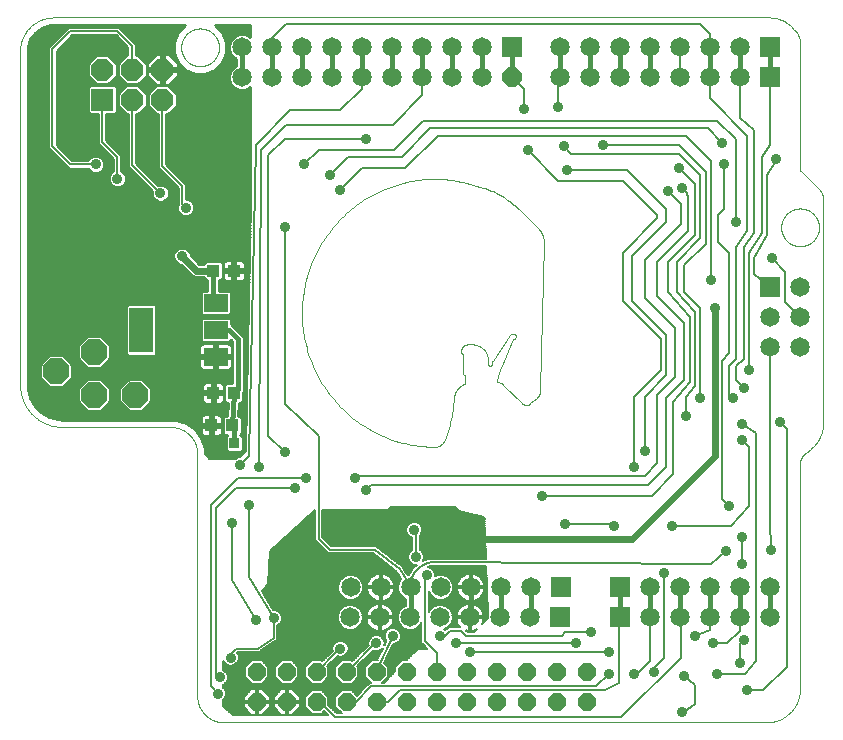
<source format=gtl>
G75*
%MOIN*%
%OFA0B0*%
%FSLAX25Y25*%
%IPPOS*%
%LPD*%
%AMOC8*
5,1,8,0,0,1.08239X$1,22.5*
%
%ADD10C,0.00000*%
%ADD11R,0.06500X0.06500*%
%ADD12C,0.06500*%
%ADD13R,0.07400X0.07400*%
%ADD14OC8,0.07400*%
%ADD15OC8,0.06000*%
%ADD16OC8,0.06500*%
%ADD17OC8,0.08500*%
%ADD18R,0.07900X0.05900*%
%ADD19R,0.07900X0.15000*%
%ADD20R,0.04134X0.04252*%
%ADD21C,0.01600*%
%ADD22C,0.01000*%
%ADD23R,0.03562X0.03562*%
%ADD24C,0.03562*%
%ADD25C,0.02400*%
%ADD26C,0.00600*%
D10*
X0064055Y0017159D02*
X0064055Y0097977D01*
X0064052Y0098190D01*
X0064045Y0098402D01*
X0064032Y0098615D01*
X0064014Y0098827D01*
X0063991Y0099038D01*
X0063963Y0099249D01*
X0063929Y0099459D01*
X0063891Y0099668D01*
X0063848Y0099877D01*
X0063799Y0100084D01*
X0063746Y0100290D01*
X0063687Y0100494D01*
X0063624Y0100697D01*
X0063556Y0100899D01*
X0063483Y0101099D01*
X0063405Y0101297D01*
X0063323Y0101493D01*
X0063235Y0101687D01*
X0063143Y0101878D01*
X0063047Y0102068D01*
X0062946Y0102255D01*
X0062840Y0102440D01*
X0062730Y0102622D01*
X0062615Y0102801D01*
X0062497Y0102978D01*
X0062374Y0103151D01*
X0062247Y0103322D01*
X0062115Y0103489D01*
X0061980Y0103654D01*
X0061841Y0103814D01*
X0061698Y0103972D01*
X0061551Y0104126D01*
X0061401Y0104276D01*
X0061247Y0104423D01*
X0061089Y0104566D01*
X0060929Y0104705D01*
X0060764Y0104840D01*
X0060597Y0104972D01*
X0060426Y0105099D01*
X0060253Y0105222D01*
X0060076Y0105340D01*
X0059897Y0105455D01*
X0059715Y0105565D01*
X0059530Y0105671D01*
X0059343Y0105772D01*
X0059153Y0105868D01*
X0058962Y0105960D01*
X0058768Y0106048D01*
X0058572Y0106130D01*
X0058374Y0106208D01*
X0058174Y0106281D01*
X0057972Y0106349D01*
X0057769Y0106412D01*
X0057565Y0106471D01*
X0057359Y0106524D01*
X0057152Y0106573D01*
X0056943Y0106616D01*
X0056734Y0106654D01*
X0056524Y0106688D01*
X0056313Y0106716D01*
X0056102Y0106739D01*
X0055890Y0106757D01*
X0055677Y0106770D01*
X0055465Y0106777D01*
X0055252Y0106780D01*
X0055252Y0106781D02*
X0019195Y0106781D01*
X0018852Y0106785D01*
X0018509Y0106798D01*
X0018167Y0106818D01*
X0017825Y0106847D01*
X0017484Y0106884D01*
X0017144Y0106930D01*
X0016805Y0106984D01*
X0016468Y0107045D01*
X0016132Y0107115D01*
X0015798Y0107193D01*
X0015466Y0107280D01*
X0015136Y0107374D01*
X0014809Y0107476D01*
X0014484Y0107586D01*
X0014161Y0107703D01*
X0013842Y0107829D01*
X0013526Y0107962D01*
X0013213Y0108103D01*
X0012904Y0108251D01*
X0012598Y0108407D01*
X0012296Y0108570D01*
X0011999Y0108740D01*
X0011705Y0108918D01*
X0011416Y0109102D01*
X0011131Y0109294D01*
X0010851Y0109492D01*
X0010576Y0109697D01*
X0010306Y0109909D01*
X0010041Y0110127D01*
X0009782Y0110351D01*
X0009528Y0110581D01*
X0009280Y0110818D01*
X0009037Y0111061D01*
X0008800Y0111309D01*
X0008570Y0111563D01*
X0008346Y0111822D01*
X0008128Y0112087D01*
X0007916Y0112357D01*
X0007711Y0112632D01*
X0007513Y0112912D01*
X0007321Y0113197D01*
X0007137Y0113486D01*
X0006959Y0113780D01*
X0006789Y0114077D01*
X0006626Y0114379D01*
X0006470Y0114685D01*
X0006322Y0114994D01*
X0006181Y0115307D01*
X0006048Y0115623D01*
X0005922Y0115942D01*
X0005805Y0116265D01*
X0005695Y0116590D01*
X0005593Y0116917D01*
X0005499Y0117247D01*
X0005412Y0117579D01*
X0005334Y0117913D01*
X0005264Y0118249D01*
X0005203Y0118586D01*
X0005149Y0118925D01*
X0005103Y0119265D01*
X0005066Y0119606D01*
X0005037Y0119948D01*
X0005017Y0120290D01*
X0005004Y0120633D01*
X0005000Y0120976D01*
X0005000Y0232153D01*
X0005003Y0232423D01*
X0005013Y0232692D01*
X0005029Y0232962D01*
X0005052Y0233230D01*
X0005081Y0233499D01*
X0005117Y0233766D01*
X0005159Y0234032D01*
X0005208Y0234298D01*
X0005263Y0234562D01*
X0005324Y0234824D01*
X0005392Y0235086D01*
X0005466Y0235345D01*
X0005546Y0235603D01*
X0005633Y0235858D01*
X0005725Y0236111D01*
X0005824Y0236363D01*
X0005929Y0236611D01*
X0006040Y0236857D01*
X0006156Y0237100D01*
X0006279Y0237341D01*
X0006407Y0237578D01*
X0006541Y0237812D01*
X0006680Y0238043D01*
X0006825Y0238270D01*
X0006976Y0238494D01*
X0007132Y0238714D01*
X0007293Y0238931D01*
X0007459Y0239143D01*
X0007631Y0239351D01*
X0007807Y0239555D01*
X0007989Y0239755D01*
X0008175Y0239950D01*
X0008366Y0240141D01*
X0008561Y0240327D01*
X0008761Y0240509D01*
X0008965Y0240685D01*
X0009173Y0240857D01*
X0009385Y0241023D01*
X0009602Y0241184D01*
X0009822Y0241340D01*
X0010046Y0241491D01*
X0010273Y0241636D01*
X0010504Y0241775D01*
X0010738Y0241909D01*
X0010975Y0242037D01*
X0011216Y0242160D01*
X0011459Y0242276D01*
X0011705Y0242387D01*
X0011953Y0242492D01*
X0012205Y0242591D01*
X0012458Y0242683D01*
X0012713Y0242770D01*
X0012971Y0242850D01*
X0013230Y0242924D01*
X0013492Y0242992D01*
X0013754Y0243053D01*
X0014018Y0243108D01*
X0014284Y0243157D01*
X0014550Y0243199D01*
X0014817Y0243235D01*
X0015086Y0243264D01*
X0015354Y0243287D01*
X0015624Y0243303D01*
X0015893Y0243313D01*
X0016163Y0243316D01*
X0254763Y0243316D01*
X0262006Y0240330D02*
X0263110Y0239234D01*
X0265000Y0234691D02*
X0265000Y0192770D01*
X0265293Y0192063D02*
X0271217Y0186214D01*
X0272717Y0182626D02*
X0272717Y0108230D01*
X0272714Y0107959D01*
X0272704Y0107688D01*
X0272687Y0107417D01*
X0272664Y0107147D01*
X0272635Y0106878D01*
X0272598Y0106609D01*
X0272556Y0106341D01*
X0272506Y0106074D01*
X0272451Y0105809D01*
X0272388Y0105545D01*
X0272320Y0105283D01*
X0272245Y0105022D01*
X0272164Y0104763D01*
X0272076Y0104507D01*
X0271982Y0104252D01*
X0271882Y0104000D01*
X0271776Y0103751D01*
X0271664Y0103504D01*
X0271546Y0103260D01*
X0271422Y0103019D01*
X0271292Y0102780D01*
X0271157Y0102546D01*
X0271016Y0102314D01*
X0270869Y0102086D01*
X0270716Y0101862D01*
X0270559Y0101641D01*
X0270396Y0101425D01*
X0270227Y0101212D01*
X0270054Y0101004D01*
X0269875Y0100799D01*
X0269692Y0100600D01*
X0269504Y0100404D01*
X0269311Y0100214D01*
X0269114Y0100028D01*
X0268912Y0099847D01*
X0268705Y0099671D01*
X0268495Y0099500D01*
X0266956Y0098282D01*
X0264843Y0093911D02*
X0264843Y0040427D01*
X0265000Y0019603D01*
X0264997Y0019331D01*
X0264987Y0019060D01*
X0264970Y0018788D01*
X0264947Y0018518D01*
X0264918Y0018247D01*
X0264882Y0017978D01*
X0264839Y0017709D01*
X0264790Y0017442D01*
X0264735Y0017176D01*
X0264673Y0016911D01*
X0264605Y0016648D01*
X0264530Y0016387D01*
X0264450Y0016127D01*
X0264362Y0015870D01*
X0264269Y0015615D01*
X0264170Y0015362D01*
X0264064Y0015111D01*
X0263953Y0014864D01*
X0263835Y0014618D01*
X0263712Y0014376D01*
X0263583Y0014137D01*
X0263448Y0013901D01*
X0263307Y0013669D01*
X0263161Y0013440D01*
X0263009Y0013214D01*
X0262852Y0012992D01*
X0262690Y0012774D01*
X0262522Y0012560D01*
X0262349Y0012350D01*
X0262172Y0012145D01*
X0261989Y0011944D01*
X0261801Y0011747D01*
X0261609Y0011555D01*
X0261412Y0011367D01*
X0261211Y0011184D01*
X0261006Y0011007D01*
X0260796Y0010834D01*
X0260582Y0010666D01*
X0260364Y0010504D01*
X0260142Y0010347D01*
X0259916Y0010195D01*
X0259687Y0010049D01*
X0259455Y0009908D01*
X0259219Y0009773D01*
X0258980Y0009644D01*
X0258738Y0009521D01*
X0258492Y0009403D01*
X0258245Y0009292D01*
X0257994Y0009186D01*
X0257741Y0009087D01*
X0257486Y0008994D01*
X0257229Y0008906D01*
X0256969Y0008826D01*
X0256708Y0008751D01*
X0256445Y0008683D01*
X0256180Y0008621D01*
X0255914Y0008566D01*
X0255647Y0008517D01*
X0255378Y0008474D01*
X0255109Y0008438D01*
X0254838Y0008409D01*
X0254568Y0008386D01*
X0254296Y0008369D01*
X0254025Y0008359D01*
X0253753Y0008356D01*
X0072859Y0008356D01*
X0072646Y0008359D01*
X0072434Y0008366D01*
X0072221Y0008379D01*
X0072009Y0008397D01*
X0071798Y0008420D01*
X0071587Y0008448D01*
X0071377Y0008482D01*
X0071168Y0008520D01*
X0070959Y0008563D01*
X0070752Y0008612D01*
X0070546Y0008665D01*
X0070342Y0008724D01*
X0070139Y0008787D01*
X0069937Y0008855D01*
X0069737Y0008928D01*
X0069539Y0009006D01*
X0069343Y0009088D01*
X0069149Y0009176D01*
X0068958Y0009268D01*
X0068768Y0009364D01*
X0068581Y0009465D01*
X0068396Y0009571D01*
X0068214Y0009681D01*
X0068035Y0009796D01*
X0067858Y0009914D01*
X0067685Y0010037D01*
X0067514Y0010164D01*
X0067347Y0010296D01*
X0067182Y0010431D01*
X0067022Y0010570D01*
X0066864Y0010713D01*
X0066710Y0010860D01*
X0066560Y0011010D01*
X0066413Y0011164D01*
X0066270Y0011322D01*
X0066131Y0011482D01*
X0065996Y0011647D01*
X0065864Y0011814D01*
X0065737Y0011985D01*
X0065614Y0012158D01*
X0065496Y0012335D01*
X0065381Y0012514D01*
X0065271Y0012696D01*
X0065165Y0012881D01*
X0065064Y0013068D01*
X0064968Y0013258D01*
X0064876Y0013449D01*
X0064788Y0013643D01*
X0064706Y0013839D01*
X0064628Y0014037D01*
X0064555Y0014237D01*
X0064487Y0014439D01*
X0064424Y0014642D01*
X0064365Y0014846D01*
X0064312Y0015052D01*
X0064263Y0015259D01*
X0064220Y0015468D01*
X0064182Y0015677D01*
X0064148Y0015887D01*
X0064120Y0016098D01*
X0064097Y0016309D01*
X0064079Y0016521D01*
X0064066Y0016734D01*
X0064059Y0016946D01*
X0064056Y0017159D01*
X0143000Y0100155D02*
X0143121Y0100156D01*
X0143242Y0100160D01*
X0143363Y0100167D01*
X0143484Y0100179D01*
X0143604Y0100194D01*
X0143723Y0100214D01*
X0143842Y0100237D01*
X0143960Y0100264D01*
X0144077Y0100294D01*
X0144193Y0100328D01*
X0144308Y0100366D01*
X0144422Y0100408D01*
X0144534Y0100453D01*
X0144645Y0100502D01*
X0144754Y0100554D01*
X0144862Y0100609D01*
X0144968Y0100668D01*
X0145072Y0100731D01*
X0145173Y0100796D01*
X0145273Y0100865D01*
X0145370Y0100937D01*
X0145465Y0101012D01*
X0145558Y0101089D01*
X0145648Y0101170D01*
X0145736Y0101254D01*
X0145821Y0101340D01*
X0145903Y0101429D01*
X0145982Y0101521D01*
X0146058Y0101615D01*
X0146131Y0101711D01*
X0146202Y0101810D01*
X0146269Y0101911D01*
X0146332Y0102014D01*
X0146393Y0102118D01*
X0146450Y0102225D01*
X0146504Y0102334D01*
X0146554Y0102444D01*
X0146600Y0102556D01*
X0149600Y0116355D02*
X0149609Y0116500D01*
X0149622Y0116644D01*
X0149639Y0116788D01*
X0149659Y0116931D01*
X0149684Y0117074D01*
X0149712Y0117216D01*
X0149744Y0117357D01*
X0149780Y0117497D01*
X0149820Y0117636D01*
X0149863Y0117774D01*
X0149910Y0117911D01*
X0149961Y0118047D01*
X0150016Y0118181D01*
X0150074Y0118314D01*
X0150136Y0118444D01*
X0150201Y0118574D01*
X0150270Y0118701D01*
X0150342Y0118827D01*
X0150417Y0118950D01*
X0150496Y0119072D01*
X0150578Y0119191D01*
X0150664Y0119308D01*
X0150752Y0119422D01*
X0150844Y0119535D01*
X0150938Y0119644D01*
X0151035Y0119751D01*
X0151136Y0119856D01*
X0151239Y0119957D01*
X0151345Y0120056D01*
X0151453Y0120152D01*
X0151564Y0120245D01*
X0151677Y0120335D01*
X0151793Y0120422D01*
X0151911Y0120505D01*
X0152032Y0120586D01*
X0152154Y0120663D01*
X0152279Y0120737D01*
X0152405Y0120807D01*
X0152534Y0120874D01*
X0152664Y0120938D01*
X0152796Y0120997D01*
X0152929Y0121054D01*
X0153064Y0121106D01*
X0153200Y0121155D01*
X0153200Y0121156D02*
X0153200Y0124156D01*
X0153153Y0124158D01*
X0153106Y0124163D01*
X0153060Y0124173D01*
X0153015Y0124185D01*
X0152970Y0124202D01*
X0152928Y0124221D01*
X0152887Y0124244D01*
X0152847Y0124271D01*
X0152810Y0124300D01*
X0152776Y0124332D01*
X0152744Y0124366D01*
X0152715Y0124403D01*
X0152688Y0124443D01*
X0152665Y0124484D01*
X0152646Y0124526D01*
X0152629Y0124571D01*
X0152617Y0124616D01*
X0152607Y0124662D01*
X0152602Y0124709D01*
X0152600Y0124756D01*
X0152600Y0130756D01*
X0152598Y0130803D01*
X0152593Y0130850D01*
X0152583Y0130896D01*
X0152571Y0130941D01*
X0152554Y0130986D01*
X0152535Y0131028D01*
X0152512Y0131069D01*
X0152485Y0131109D01*
X0152456Y0131146D01*
X0152424Y0131180D01*
X0152390Y0131212D01*
X0152353Y0131241D01*
X0152313Y0131268D01*
X0152272Y0131291D01*
X0152230Y0131310D01*
X0152185Y0131327D01*
X0152140Y0131339D01*
X0152094Y0131349D01*
X0152047Y0131354D01*
X0152000Y0131356D01*
X0152000Y0131956D01*
X0152002Y0132053D01*
X0152008Y0132149D01*
X0152017Y0132245D01*
X0152031Y0132341D01*
X0152049Y0132436D01*
X0152070Y0132530D01*
X0152095Y0132624D01*
X0152124Y0132716D01*
X0152156Y0132807D01*
X0152192Y0132897D01*
X0152232Y0132985D01*
X0152275Y0133071D01*
X0152322Y0133156D01*
X0152372Y0133239D01*
X0152425Y0133319D01*
X0152481Y0133398D01*
X0152541Y0133474D01*
X0152604Y0133547D01*
X0152669Y0133619D01*
X0152737Y0133687D01*
X0152809Y0133752D01*
X0152882Y0133815D01*
X0152958Y0133875D01*
X0153037Y0133931D01*
X0153117Y0133984D01*
X0153200Y0134034D01*
X0153285Y0134081D01*
X0153371Y0134124D01*
X0153459Y0134164D01*
X0153549Y0134200D01*
X0153640Y0134232D01*
X0153732Y0134261D01*
X0153826Y0134286D01*
X0153920Y0134307D01*
X0154015Y0134325D01*
X0154111Y0134339D01*
X0154207Y0134348D01*
X0154303Y0134354D01*
X0154400Y0134356D01*
X0155600Y0134356D01*
X0155746Y0134354D01*
X0155892Y0134348D01*
X0156038Y0134338D01*
X0156184Y0134324D01*
X0156329Y0134307D01*
X0156474Y0134285D01*
X0156618Y0134259D01*
X0156761Y0134230D01*
X0156903Y0134196D01*
X0157045Y0134159D01*
X0157185Y0134118D01*
X0157324Y0134073D01*
X0157462Y0134025D01*
X0157599Y0133972D01*
X0157734Y0133917D01*
X0157867Y0133857D01*
X0157999Y0133794D01*
X0158129Y0133727D01*
X0158258Y0133657D01*
X0158384Y0133583D01*
X0158508Y0133506D01*
X0158630Y0133426D01*
X0158750Y0133342D01*
X0158868Y0133255D01*
X0158983Y0133165D01*
X0159096Y0133072D01*
X0159206Y0132975D01*
X0159314Y0132876D01*
X0159418Y0132774D01*
X0159520Y0132670D01*
X0159619Y0132562D01*
X0159716Y0132452D01*
X0159809Y0132339D01*
X0159899Y0132224D01*
X0159986Y0132106D01*
X0160070Y0131986D01*
X0160150Y0131864D01*
X0160227Y0131740D01*
X0160301Y0131614D01*
X0160371Y0131485D01*
X0160438Y0131355D01*
X0160501Y0131223D01*
X0160561Y0131090D01*
X0160616Y0130955D01*
X0160669Y0130818D01*
X0160717Y0130680D01*
X0160762Y0130541D01*
X0160803Y0130401D01*
X0160840Y0130259D01*
X0160874Y0130117D01*
X0160903Y0129974D01*
X0160929Y0129830D01*
X0160951Y0129685D01*
X0160968Y0129540D01*
X0160982Y0129394D01*
X0160992Y0129248D01*
X0160998Y0129102D01*
X0161000Y0128956D01*
X0161000Y0127756D01*
X0161600Y0127156D02*
X0161647Y0127158D01*
X0161694Y0127163D01*
X0161740Y0127173D01*
X0161785Y0127185D01*
X0161830Y0127202D01*
X0161872Y0127221D01*
X0161913Y0127244D01*
X0161953Y0127271D01*
X0161990Y0127300D01*
X0162024Y0127332D01*
X0162056Y0127366D01*
X0162085Y0127403D01*
X0162112Y0127443D01*
X0162135Y0127484D01*
X0162154Y0127526D01*
X0162171Y0127571D01*
X0162183Y0127616D01*
X0162193Y0127662D01*
X0162198Y0127709D01*
X0162200Y0127756D01*
X0161600Y0127156D02*
X0161553Y0127158D01*
X0161506Y0127163D01*
X0161460Y0127173D01*
X0161415Y0127185D01*
X0161370Y0127202D01*
X0161328Y0127221D01*
X0161287Y0127244D01*
X0161247Y0127271D01*
X0161210Y0127300D01*
X0161176Y0127332D01*
X0161144Y0127366D01*
X0161115Y0127403D01*
X0161088Y0127443D01*
X0161065Y0127484D01*
X0161046Y0127526D01*
X0161029Y0127571D01*
X0161017Y0127616D01*
X0161007Y0127662D01*
X0161002Y0127709D01*
X0161000Y0127756D01*
X0162533Y0128855D02*
X0168200Y0137356D01*
X0169400Y0137956D02*
X0169459Y0137950D01*
X0169518Y0137941D01*
X0169576Y0137928D01*
X0169633Y0137912D01*
X0169688Y0137891D01*
X0169743Y0137867D01*
X0169795Y0137839D01*
X0169846Y0137808D01*
X0169894Y0137774D01*
X0169940Y0137737D01*
X0169984Y0137696D01*
X0170025Y0137653D01*
X0170062Y0137608D01*
X0170097Y0137559D01*
X0170129Y0137509D01*
X0170157Y0137457D01*
X0170182Y0137403D01*
X0170203Y0137347D01*
X0170220Y0137291D01*
X0170233Y0137233D01*
X0170243Y0137174D01*
X0170249Y0137115D01*
X0170251Y0137056D01*
X0170249Y0136997D01*
X0170243Y0136938D01*
X0170233Y0136879D01*
X0170220Y0136821D01*
X0170203Y0136765D01*
X0170182Y0136709D01*
X0170157Y0136655D01*
X0170129Y0136603D01*
X0170097Y0136553D01*
X0170062Y0136504D01*
X0170025Y0136459D01*
X0169984Y0136416D01*
X0169940Y0136375D01*
X0169894Y0136338D01*
X0169846Y0136304D01*
X0169795Y0136273D01*
X0169743Y0136245D01*
X0169688Y0136221D01*
X0169633Y0136200D01*
X0169576Y0136184D01*
X0169518Y0136171D01*
X0169459Y0136162D01*
X0169400Y0136156D01*
X0165200Y0126556D01*
X0162200Y0127756D02*
X0162202Y0127839D01*
X0162207Y0127922D01*
X0162216Y0128005D01*
X0162228Y0128087D01*
X0162244Y0128169D01*
X0162263Y0128250D01*
X0162285Y0128330D01*
X0162311Y0128409D01*
X0162340Y0128487D01*
X0162372Y0128564D01*
X0162408Y0128639D01*
X0162446Y0128713D01*
X0162488Y0128785D01*
X0162533Y0128855D01*
X0166049Y0120907D02*
X0172169Y0114787D01*
X0172170Y0114787D02*
X0172235Y0114724D01*
X0172303Y0114664D01*
X0172373Y0114607D01*
X0172445Y0114553D01*
X0172520Y0114503D01*
X0172597Y0114455D01*
X0172675Y0114410D01*
X0172756Y0114369D01*
X0172838Y0114332D01*
X0172922Y0114297D01*
X0173007Y0114267D01*
X0173093Y0114240D01*
X0173180Y0114216D01*
X0173268Y0114196D01*
X0173357Y0114180D01*
X0173447Y0114168D01*
X0173537Y0114159D01*
X0173627Y0114154D01*
X0173717Y0114153D01*
X0173808Y0114156D01*
X0173898Y0114162D01*
X0173988Y0114172D01*
X0174077Y0114186D01*
X0174166Y0114204D01*
X0174253Y0114225D01*
X0174340Y0114250D01*
X0174426Y0114279D01*
X0174510Y0114311D01*
X0174593Y0114347D01*
X0174675Y0114386D01*
X0174755Y0114428D01*
X0174833Y0114474D01*
X0174909Y0114523D01*
X0174983Y0114575D01*
X0175054Y0114630D01*
X0175123Y0114688D01*
X0177241Y0116542D01*
X0178435Y0119095D02*
X0179558Y0168521D01*
X0179559Y0168521D02*
X0179560Y0168669D01*
X0179558Y0168817D01*
X0179551Y0168964D01*
X0179541Y0169112D01*
X0179527Y0169259D01*
X0179509Y0169405D01*
X0179488Y0169551D01*
X0179462Y0169697D01*
X0179433Y0169842D01*
X0179400Y0169985D01*
X0179364Y0170129D01*
X0179323Y0170271D01*
X0179279Y0170411D01*
X0179231Y0170551D01*
X0179180Y0170690D01*
X0179125Y0170827D01*
X0179067Y0170962D01*
X0179005Y0171096D01*
X0178939Y0171229D01*
X0178870Y0171359D01*
X0178798Y0171488D01*
X0178722Y0171615D01*
X0178643Y0171740D01*
X0178561Y0171862D01*
X0178476Y0171983D01*
X0178387Y0172101D01*
X0178296Y0172217D01*
X0178201Y0172331D01*
X0178104Y0172442D01*
X0178004Y0172550D01*
X0177901Y0172656D01*
X0177901Y0172655D02*
X0171200Y0179356D01*
X0159200Y0186556D02*
X0152600Y0188356D01*
X0159200Y0186556D02*
X0159874Y0186342D01*
X0160542Y0186112D01*
X0161204Y0185865D01*
X0161860Y0185602D01*
X0162509Y0185323D01*
X0163152Y0185028D01*
X0163787Y0184718D01*
X0164414Y0184392D01*
X0165033Y0184051D01*
X0165643Y0183695D01*
X0166245Y0183324D01*
X0166837Y0182938D01*
X0167420Y0182538D01*
X0167992Y0182124D01*
X0168555Y0181696D01*
X0169106Y0181254D01*
X0169647Y0180799D01*
X0170176Y0180331D01*
X0170694Y0179850D01*
X0171200Y0179356D01*
X0152600Y0188356D02*
X0151799Y0188564D01*
X0150993Y0188753D01*
X0150182Y0188922D01*
X0149368Y0189071D01*
X0148550Y0189200D01*
X0147729Y0189309D01*
X0146906Y0189399D01*
X0146081Y0189468D01*
X0145255Y0189518D01*
X0144428Y0189547D01*
X0143600Y0189556D01*
X0143600Y0189555D02*
X0142508Y0189540D01*
X0141417Y0189499D01*
X0140328Y0189431D01*
X0139240Y0189337D01*
X0138155Y0189216D01*
X0137074Y0189068D01*
X0135996Y0188895D01*
X0134923Y0188695D01*
X0133855Y0188468D01*
X0132793Y0188216D01*
X0131737Y0187938D01*
X0130689Y0187634D01*
X0129648Y0187305D01*
X0128615Y0186950D01*
X0127592Y0186571D01*
X0126578Y0186166D01*
X0125574Y0185737D01*
X0124581Y0185283D01*
X0123600Y0184806D01*
X0122630Y0184304D01*
X0121673Y0183779D01*
X0120729Y0183231D01*
X0119799Y0182660D01*
X0118883Y0182066D01*
X0117982Y0181450D01*
X0117096Y0180812D01*
X0116225Y0180153D01*
X0115372Y0179473D01*
X0114535Y0178772D01*
X0113715Y0178051D01*
X0112913Y0177310D01*
X0112130Y0176550D01*
X0111365Y0175771D01*
X0110620Y0174973D01*
X0109894Y0174158D01*
X0109189Y0173325D01*
X0108504Y0172475D01*
X0107840Y0171608D01*
X0107197Y0170726D01*
X0106576Y0169828D01*
X0105978Y0168915D01*
X0105401Y0167988D01*
X0104848Y0167047D01*
X0104317Y0166093D01*
X0103810Y0165126D01*
X0103327Y0164147D01*
X0102868Y0163157D01*
X0102433Y0162156D01*
X0102023Y0161144D01*
X0101638Y0160123D01*
X0101277Y0159092D01*
X0100942Y0158053D01*
X0100633Y0157006D01*
X0100349Y0155952D01*
X0100091Y0154892D01*
X0099859Y0153825D01*
X0099653Y0152753D01*
X0099473Y0151676D01*
X0099319Y0150595D01*
X0099192Y0149511D01*
X0099092Y0148424D01*
X0099018Y0147335D01*
X0098971Y0146244D01*
X0098950Y0145153D01*
X0098956Y0144061D01*
X0098989Y0142970D01*
X0099048Y0141880D01*
X0099134Y0140792D01*
X0099246Y0139706D01*
X0099385Y0138623D01*
X0099551Y0137544D01*
X0099742Y0136470D01*
X0099960Y0135400D01*
X0100204Y0134336D01*
X0100474Y0133278D01*
X0100769Y0132227D01*
X0101090Y0131184D01*
X0101437Y0130149D01*
X0101808Y0129122D01*
X0102205Y0128105D01*
X0102626Y0127098D01*
X0103072Y0126102D01*
X0103542Y0125116D01*
X0104036Y0124143D01*
X0104553Y0123182D01*
X0105094Y0122234D01*
X0105658Y0121299D01*
X0106245Y0120378D01*
X0106853Y0119472D01*
X0107484Y0118581D01*
X0108136Y0117706D01*
X0108810Y0116847D01*
X0109504Y0116004D01*
X0110219Y0115179D01*
X0110953Y0114371D01*
X0111707Y0113582D01*
X0112480Y0112811D01*
X0113272Y0112060D01*
X0114082Y0111328D01*
X0114909Y0110616D01*
X0115754Y0109924D01*
X0116615Y0109253D01*
X0117493Y0108604D01*
X0118386Y0107976D01*
X0119294Y0107370D01*
X0120216Y0106786D01*
X0121153Y0106225D01*
X0122103Y0105688D01*
X0123065Y0105173D01*
X0124040Y0104682D01*
X0125027Y0104215D01*
X0126025Y0103773D01*
X0127033Y0103355D01*
X0128052Y0102961D01*
X0129079Y0102593D01*
X0130116Y0102249D01*
X0131160Y0101932D01*
X0132212Y0101639D01*
X0133270Y0101373D01*
X0134335Y0101132D01*
X0135405Y0100918D01*
X0136481Y0100730D01*
X0137560Y0100568D01*
X0138644Y0100432D01*
X0139730Y0100323D01*
X0140818Y0100241D01*
X0141908Y0100185D01*
X0143000Y0100156D01*
X0164000Y0121756D02*
X0164103Y0121754D01*
X0164207Y0121749D01*
X0164310Y0121739D01*
X0164412Y0121727D01*
X0164514Y0121710D01*
X0164616Y0121690D01*
X0164716Y0121666D01*
X0164816Y0121639D01*
X0164915Y0121608D01*
X0165012Y0121573D01*
X0165109Y0121535D01*
X0165203Y0121494D01*
X0165297Y0121450D01*
X0165388Y0121402D01*
X0165478Y0121350D01*
X0165566Y0121296D01*
X0165652Y0121239D01*
X0165736Y0121178D01*
X0165818Y0121115D01*
X0165897Y0121048D01*
X0165974Y0120979D01*
X0166048Y0120907D01*
X0177241Y0116542D02*
X0177327Y0116620D01*
X0177411Y0116700D01*
X0177491Y0116784D01*
X0177569Y0116870D01*
X0177644Y0116958D01*
X0177716Y0117049D01*
X0177785Y0117143D01*
X0177851Y0117238D01*
X0177914Y0117336D01*
X0177973Y0117436D01*
X0178029Y0117537D01*
X0178082Y0117641D01*
X0178131Y0117746D01*
X0178176Y0117853D01*
X0178219Y0117961D01*
X0178257Y0118070D01*
X0178292Y0118181D01*
X0178323Y0118293D01*
X0178350Y0118406D01*
X0178374Y0118519D01*
X0178394Y0118634D01*
X0178410Y0118748D01*
X0178422Y0118864D01*
X0178431Y0118980D01*
X0178435Y0119096D01*
X0164000Y0121756D02*
X0164031Y0122110D01*
X0164072Y0122462D01*
X0164120Y0122814D01*
X0164177Y0123165D01*
X0164243Y0123514D01*
X0164316Y0123861D01*
X0164398Y0124206D01*
X0164488Y0124550D01*
X0164587Y0124891D01*
X0164693Y0125230D01*
X0164808Y0125566D01*
X0164931Y0125899D01*
X0165061Y0126229D01*
X0165200Y0126556D01*
X0168200Y0137356D02*
X0168240Y0137413D01*
X0168284Y0137469D01*
X0168330Y0137521D01*
X0168379Y0137572D01*
X0168430Y0137620D01*
X0168484Y0137665D01*
X0168540Y0137707D01*
X0168598Y0137746D01*
X0168658Y0137782D01*
X0168720Y0137815D01*
X0168784Y0137845D01*
X0168849Y0137871D01*
X0168915Y0137894D01*
X0168983Y0137914D01*
X0169051Y0137930D01*
X0169120Y0137942D01*
X0169190Y0137951D01*
X0169260Y0137956D01*
X0169330Y0137958D01*
X0169400Y0137956D01*
X0149600Y0116355D02*
X0149539Y0115344D01*
X0149455Y0114334D01*
X0149346Y0113326D01*
X0149214Y0112322D01*
X0149058Y0111320D01*
X0148878Y0110323D01*
X0148674Y0109330D01*
X0148447Y0108343D01*
X0148197Y0107361D01*
X0147923Y0106385D01*
X0147627Y0105416D01*
X0147307Y0104455D01*
X0146965Y0103501D01*
X0146600Y0102555D01*
X0258700Y0173356D02*
X0258702Y0173514D01*
X0258708Y0173673D01*
X0258718Y0173831D01*
X0258732Y0173988D01*
X0258750Y0174146D01*
X0258771Y0174302D01*
X0258797Y0174459D01*
X0258827Y0174614D01*
X0258860Y0174769D01*
X0258898Y0174923D01*
X0258939Y0175076D01*
X0258984Y0175227D01*
X0259033Y0175378D01*
X0259086Y0175527D01*
X0259142Y0175675D01*
X0259203Y0175822D01*
X0259266Y0175967D01*
X0259334Y0176110D01*
X0259405Y0176251D01*
X0259479Y0176391D01*
X0259557Y0176529D01*
X0259639Y0176665D01*
X0259724Y0176798D01*
X0259812Y0176930D01*
X0259903Y0177059D01*
X0259998Y0177186D01*
X0260096Y0177310D01*
X0260197Y0177432D01*
X0260301Y0177552D01*
X0260407Y0177669D01*
X0260517Y0177783D01*
X0260630Y0177894D01*
X0260745Y0178002D01*
X0260864Y0178108D01*
X0260984Y0178210D01*
X0261107Y0178310D01*
X0261233Y0178406D01*
X0261361Y0178499D01*
X0261492Y0178589D01*
X0261624Y0178675D01*
X0261759Y0178758D01*
X0261896Y0178838D01*
X0262035Y0178914D01*
X0262175Y0178987D01*
X0262318Y0179056D01*
X0262462Y0179122D01*
X0262607Y0179184D01*
X0262755Y0179242D01*
X0262903Y0179297D01*
X0263053Y0179348D01*
X0263204Y0179395D01*
X0263357Y0179438D01*
X0263510Y0179477D01*
X0263664Y0179513D01*
X0263819Y0179544D01*
X0263975Y0179572D01*
X0264132Y0179596D01*
X0264289Y0179616D01*
X0264447Y0179632D01*
X0264604Y0179644D01*
X0264763Y0179652D01*
X0264921Y0179656D01*
X0265079Y0179656D01*
X0265237Y0179652D01*
X0265396Y0179644D01*
X0265553Y0179632D01*
X0265711Y0179616D01*
X0265868Y0179596D01*
X0266025Y0179572D01*
X0266181Y0179544D01*
X0266336Y0179513D01*
X0266490Y0179477D01*
X0266643Y0179438D01*
X0266796Y0179395D01*
X0266947Y0179348D01*
X0267097Y0179297D01*
X0267245Y0179242D01*
X0267393Y0179184D01*
X0267538Y0179122D01*
X0267682Y0179056D01*
X0267825Y0178987D01*
X0267965Y0178914D01*
X0268104Y0178838D01*
X0268241Y0178758D01*
X0268376Y0178675D01*
X0268508Y0178589D01*
X0268639Y0178499D01*
X0268767Y0178406D01*
X0268893Y0178310D01*
X0269016Y0178210D01*
X0269136Y0178108D01*
X0269255Y0178002D01*
X0269370Y0177894D01*
X0269483Y0177783D01*
X0269593Y0177669D01*
X0269699Y0177552D01*
X0269803Y0177432D01*
X0269904Y0177310D01*
X0270002Y0177186D01*
X0270097Y0177059D01*
X0270188Y0176930D01*
X0270276Y0176798D01*
X0270361Y0176665D01*
X0270443Y0176529D01*
X0270521Y0176391D01*
X0270595Y0176251D01*
X0270666Y0176110D01*
X0270734Y0175967D01*
X0270797Y0175822D01*
X0270858Y0175675D01*
X0270914Y0175527D01*
X0270967Y0175378D01*
X0271016Y0175227D01*
X0271061Y0175076D01*
X0271102Y0174923D01*
X0271140Y0174769D01*
X0271173Y0174614D01*
X0271203Y0174459D01*
X0271229Y0174302D01*
X0271250Y0174146D01*
X0271268Y0173988D01*
X0271282Y0173831D01*
X0271292Y0173673D01*
X0271298Y0173514D01*
X0271300Y0173356D01*
X0271298Y0173198D01*
X0271292Y0173039D01*
X0271282Y0172881D01*
X0271268Y0172724D01*
X0271250Y0172566D01*
X0271229Y0172410D01*
X0271203Y0172253D01*
X0271173Y0172098D01*
X0271140Y0171943D01*
X0271102Y0171789D01*
X0271061Y0171636D01*
X0271016Y0171485D01*
X0270967Y0171334D01*
X0270914Y0171185D01*
X0270858Y0171037D01*
X0270797Y0170890D01*
X0270734Y0170745D01*
X0270666Y0170602D01*
X0270595Y0170461D01*
X0270521Y0170321D01*
X0270443Y0170183D01*
X0270361Y0170047D01*
X0270276Y0169914D01*
X0270188Y0169782D01*
X0270097Y0169653D01*
X0270002Y0169526D01*
X0269904Y0169402D01*
X0269803Y0169280D01*
X0269699Y0169160D01*
X0269593Y0169043D01*
X0269483Y0168929D01*
X0269370Y0168818D01*
X0269255Y0168710D01*
X0269136Y0168604D01*
X0269016Y0168502D01*
X0268893Y0168402D01*
X0268767Y0168306D01*
X0268639Y0168213D01*
X0268508Y0168123D01*
X0268376Y0168037D01*
X0268241Y0167954D01*
X0268104Y0167874D01*
X0267965Y0167798D01*
X0267825Y0167725D01*
X0267682Y0167656D01*
X0267538Y0167590D01*
X0267393Y0167528D01*
X0267245Y0167470D01*
X0267097Y0167415D01*
X0266947Y0167364D01*
X0266796Y0167317D01*
X0266643Y0167274D01*
X0266490Y0167235D01*
X0266336Y0167199D01*
X0266181Y0167168D01*
X0266025Y0167140D01*
X0265868Y0167116D01*
X0265711Y0167096D01*
X0265553Y0167080D01*
X0265396Y0167068D01*
X0265237Y0167060D01*
X0265079Y0167056D01*
X0264921Y0167056D01*
X0264763Y0167060D01*
X0264604Y0167068D01*
X0264447Y0167080D01*
X0264289Y0167096D01*
X0264132Y0167116D01*
X0263975Y0167140D01*
X0263819Y0167168D01*
X0263664Y0167199D01*
X0263510Y0167235D01*
X0263357Y0167274D01*
X0263204Y0167317D01*
X0263053Y0167364D01*
X0262903Y0167415D01*
X0262755Y0167470D01*
X0262607Y0167528D01*
X0262462Y0167590D01*
X0262318Y0167656D01*
X0262175Y0167725D01*
X0262035Y0167798D01*
X0261896Y0167874D01*
X0261759Y0167954D01*
X0261624Y0168037D01*
X0261492Y0168123D01*
X0261361Y0168213D01*
X0261233Y0168306D01*
X0261107Y0168402D01*
X0260984Y0168502D01*
X0260864Y0168604D01*
X0260745Y0168710D01*
X0260630Y0168818D01*
X0260517Y0168929D01*
X0260407Y0169043D01*
X0260301Y0169160D01*
X0260197Y0169280D01*
X0260096Y0169402D01*
X0259998Y0169526D01*
X0259903Y0169653D01*
X0259812Y0169782D01*
X0259724Y0169914D01*
X0259639Y0170047D01*
X0259557Y0170183D01*
X0259479Y0170321D01*
X0259405Y0170461D01*
X0259334Y0170602D01*
X0259266Y0170745D01*
X0259203Y0170890D01*
X0259142Y0171037D01*
X0259086Y0171185D01*
X0259033Y0171334D01*
X0258984Y0171485D01*
X0258939Y0171636D01*
X0258898Y0171789D01*
X0258860Y0171943D01*
X0258827Y0172098D01*
X0258797Y0172253D01*
X0258771Y0172410D01*
X0258750Y0172566D01*
X0258732Y0172724D01*
X0258718Y0172881D01*
X0258708Y0173039D01*
X0258702Y0173198D01*
X0258700Y0173356D01*
X0272717Y0182626D02*
X0272715Y0182764D01*
X0272709Y0182901D01*
X0272700Y0183039D01*
X0272687Y0183176D01*
X0272670Y0183312D01*
X0272649Y0183448D01*
X0272625Y0183584D01*
X0272597Y0183719D01*
X0272566Y0183853D01*
X0272530Y0183986D01*
X0272491Y0184118D01*
X0272449Y0184249D01*
X0272403Y0184378D01*
X0272353Y0184507D01*
X0272300Y0184634D01*
X0272243Y0184759D01*
X0272184Y0184883D01*
X0272120Y0185005D01*
X0272054Y0185126D01*
X0271984Y0185244D01*
X0271911Y0185361D01*
X0271834Y0185476D01*
X0271755Y0185588D01*
X0271673Y0185699D01*
X0271587Y0185807D01*
X0271499Y0185912D01*
X0271408Y0186015D01*
X0271314Y0186116D01*
X0271217Y0186214D01*
X0265293Y0192063D02*
X0265251Y0192107D01*
X0265213Y0192153D01*
X0265177Y0192202D01*
X0265144Y0192253D01*
X0265115Y0192305D01*
X0265088Y0192360D01*
X0265065Y0192415D01*
X0265045Y0192472D01*
X0265029Y0192531D01*
X0265016Y0192590D01*
X0265007Y0192649D01*
X0265002Y0192710D01*
X0265000Y0192770D01*
X0262006Y0240331D02*
X0261826Y0240506D01*
X0261641Y0240676D01*
X0261452Y0240842D01*
X0261260Y0241003D01*
X0261063Y0241159D01*
X0260863Y0241311D01*
X0260659Y0241458D01*
X0260451Y0241599D01*
X0260241Y0241736D01*
X0260026Y0241867D01*
X0259809Y0241993D01*
X0259589Y0242113D01*
X0259366Y0242229D01*
X0259140Y0242338D01*
X0258911Y0242443D01*
X0258680Y0242541D01*
X0258447Y0242634D01*
X0258211Y0242721D01*
X0257974Y0242803D01*
X0257734Y0242878D01*
X0257493Y0242948D01*
X0257250Y0243012D01*
X0257005Y0243069D01*
X0256760Y0243121D01*
X0256513Y0243167D01*
X0256265Y0243207D01*
X0256016Y0243240D01*
X0255766Y0243268D01*
X0255516Y0243289D01*
X0255265Y0243305D01*
X0255014Y0243314D01*
X0254763Y0243317D01*
X0263110Y0239233D02*
X0263220Y0239121D01*
X0263328Y0239006D01*
X0263433Y0238888D01*
X0263535Y0238767D01*
X0263634Y0238644D01*
X0263730Y0238519D01*
X0263822Y0238391D01*
X0263912Y0238261D01*
X0263998Y0238129D01*
X0264082Y0237995D01*
X0264161Y0237859D01*
X0264238Y0237721D01*
X0264311Y0237581D01*
X0264380Y0237439D01*
X0264446Y0237296D01*
X0264509Y0237151D01*
X0264567Y0237005D01*
X0264623Y0236857D01*
X0264674Y0236708D01*
X0264722Y0236557D01*
X0264766Y0236406D01*
X0264807Y0236253D01*
X0264843Y0236100D01*
X0264876Y0235945D01*
X0264905Y0235790D01*
X0264930Y0235634D01*
X0264951Y0235478D01*
X0264969Y0235321D01*
X0264983Y0235164D01*
X0264992Y0235006D01*
X0264998Y0234849D01*
X0265000Y0234691D01*
X0058700Y0233356D02*
X0058702Y0233514D01*
X0058708Y0233673D01*
X0058718Y0233831D01*
X0058732Y0233988D01*
X0058750Y0234146D01*
X0058771Y0234302D01*
X0058797Y0234459D01*
X0058827Y0234614D01*
X0058860Y0234769D01*
X0058898Y0234923D01*
X0058939Y0235076D01*
X0058984Y0235227D01*
X0059033Y0235378D01*
X0059086Y0235527D01*
X0059142Y0235675D01*
X0059203Y0235822D01*
X0059266Y0235967D01*
X0059334Y0236110D01*
X0059405Y0236251D01*
X0059479Y0236391D01*
X0059557Y0236529D01*
X0059639Y0236665D01*
X0059724Y0236798D01*
X0059812Y0236930D01*
X0059903Y0237059D01*
X0059998Y0237186D01*
X0060096Y0237310D01*
X0060197Y0237432D01*
X0060301Y0237552D01*
X0060407Y0237669D01*
X0060517Y0237783D01*
X0060630Y0237894D01*
X0060745Y0238002D01*
X0060864Y0238108D01*
X0060984Y0238210D01*
X0061107Y0238310D01*
X0061233Y0238406D01*
X0061361Y0238499D01*
X0061492Y0238589D01*
X0061624Y0238675D01*
X0061759Y0238758D01*
X0061896Y0238838D01*
X0062035Y0238914D01*
X0062175Y0238987D01*
X0062318Y0239056D01*
X0062462Y0239122D01*
X0062607Y0239184D01*
X0062755Y0239242D01*
X0062903Y0239297D01*
X0063053Y0239348D01*
X0063204Y0239395D01*
X0063357Y0239438D01*
X0063510Y0239477D01*
X0063664Y0239513D01*
X0063819Y0239544D01*
X0063975Y0239572D01*
X0064132Y0239596D01*
X0064289Y0239616D01*
X0064447Y0239632D01*
X0064604Y0239644D01*
X0064763Y0239652D01*
X0064921Y0239656D01*
X0065079Y0239656D01*
X0065237Y0239652D01*
X0065396Y0239644D01*
X0065553Y0239632D01*
X0065711Y0239616D01*
X0065868Y0239596D01*
X0066025Y0239572D01*
X0066181Y0239544D01*
X0066336Y0239513D01*
X0066490Y0239477D01*
X0066643Y0239438D01*
X0066796Y0239395D01*
X0066947Y0239348D01*
X0067097Y0239297D01*
X0067245Y0239242D01*
X0067393Y0239184D01*
X0067538Y0239122D01*
X0067682Y0239056D01*
X0067825Y0238987D01*
X0067965Y0238914D01*
X0068104Y0238838D01*
X0068241Y0238758D01*
X0068376Y0238675D01*
X0068508Y0238589D01*
X0068639Y0238499D01*
X0068767Y0238406D01*
X0068893Y0238310D01*
X0069016Y0238210D01*
X0069136Y0238108D01*
X0069255Y0238002D01*
X0069370Y0237894D01*
X0069483Y0237783D01*
X0069593Y0237669D01*
X0069699Y0237552D01*
X0069803Y0237432D01*
X0069904Y0237310D01*
X0070002Y0237186D01*
X0070097Y0237059D01*
X0070188Y0236930D01*
X0070276Y0236798D01*
X0070361Y0236665D01*
X0070443Y0236529D01*
X0070521Y0236391D01*
X0070595Y0236251D01*
X0070666Y0236110D01*
X0070734Y0235967D01*
X0070797Y0235822D01*
X0070858Y0235675D01*
X0070914Y0235527D01*
X0070967Y0235378D01*
X0071016Y0235227D01*
X0071061Y0235076D01*
X0071102Y0234923D01*
X0071140Y0234769D01*
X0071173Y0234614D01*
X0071203Y0234459D01*
X0071229Y0234302D01*
X0071250Y0234146D01*
X0071268Y0233988D01*
X0071282Y0233831D01*
X0071292Y0233673D01*
X0071298Y0233514D01*
X0071300Y0233356D01*
X0071298Y0233198D01*
X0071292Y0233039D01*
X0071282Y0232881D01*
X0071268Y0232724D01*
X0071250Y0232566D01*
X0071229Y0232410D01*
X0071203Y0232253D01*
X0071173Y0232098D01*
X0071140Y0231943D01*
X0071102Y0231789D01*
X0071061Y0231636D01*
X0071016Y0231485D01*
X0070967Y0231334D01*
X0070914Y0231185D01*
X0070858Y0231037D01*
X0070797Y0230890D01*
X0070734Y0230745D01*
X0070666Y0230602D01*
X0070595Y0230461D01*
X0070521Y0230321D01*
X0070443Y0230183D01*
X0070361Y0230047D01*
X0070276Y0229914D01*
X0070188Y0229782D01*
X0070097Y0229653D01*
X0070002Y0229526D01*
X0069904Y0229402D01*
X0069803Y0229280D01*
X0069699Y0229160D01*
X0069593Y0229043D01*
X0069483Y0228929D01*
X0069370Y0228818D01*
X0069255Y0228710D01*
X0069136Y0228604D01*
X0069016Y0228502D01*
X0068893Y0228402D01*
X0068767Y0228306D01*
X0068639Y0228213D01*
X0068508Y0228123D01*
X0068376Y0228037D01*
X0068241Y0227954D01*
X0068104Y0227874D01*
X0067965Y0227798D01*
X0067825Y0227725D01*
X0067682Y0227656D01*
X0067538Y0227590D01*
X0067393Y0227528D01*
X0067245Y0227470D01*
X0067097Y0227415D01*
X0066947Y0227364D01*
X0066796Y0227317D01*
X0066643Y0227274D01*
X0066490Y0227235D01*
X0066336Y0227199D01*
X0066181Y0227168D01*
X0066025Y0227140D01*
X0065868Y0227116D01*
X0065711Y0227096D01*
X0065553Y0227080D01*
X0065396Y0227068D01*
X0065237Y0227060D01*
X0065079Y0227056D01*
X0064921Y0227056D01*
X0064763Y0227060D01*
X0064604Y0227068D01*
X0064447Y0227080D01*
X0064289Y0227096D01*
X0064132Y0227116D01*
X0063975Y0227140D01*
X0063819Y0227168D01*
X0063664Y0227199D01*
X0063510Y0227235D01*
X0063357Y0227274D01*
X0063204Y0227317D01*
X0063053Y0227364D01*
X0062903Y0227415D01*
X0062755Y0227470D01*
X0062607Y0227528D01*
X0062462Y0227590D01*
X0062318Y0227656D01*
X0062175Y0227725D01*
X0062035Y0227798D01*
X0061896Y0227874D01*
X0061759Y0227954D01*
X0061624Y0228037D01*
X0061492Y0228123D01*
X0061361Y0228213D01*
X0061233Y0228306D01*
X0061107Y0228402D01*
X0060984Y0228502D01*
X0060864Y0228604D01*
X0060745Y0228710D01*
X0060630Y0228818D01*
X0060517Y0228929D01*
X0060407Y0229043D01*
X0060301Y0229160D01*
X0060197Y0229280D01*
X0060096Y0229402D01*
X0059998Y0229526D01*
X0059903Y0229653D01*
X0059812Y0229782D01*
X0059724Y0229914D01*
X0059639Y0230047D01*
X0059557Y0230183D01*
X0059479Y0230321D01*
X0059405Y0230461D01*
X0059334Y0230602D01*
X0059266Y0230745D01*
X0059203Y0230890D01*
X0059142Y0231037D01*
X0059086Y0231185D01*
X0059033Y0231334D01*
X0058984Y0231485D01*
X0058939Y0231636D01*
X0058898Y0231789D01*
X0058860Y0231943D01*
X0058827Y0232098D01*
X0058797Y0232253D01*
X0058771Y0232410D01*
X0058750Y0232566D01*
X0058732Y0232724D01*
X0058718Y0232881D01*
X0058708Y0233039D01*
X0058702Y0233198D01*
X0058700Y0233356D01*
X0266957Y0098281D02*
X0266842Y0098188D01*
X0266730Y0098092D01*
X0266621Y0097993D01*
X0266514Y0097891D01*
X0266410Y0097786D01*
X0266308Y0097678D01*
X0266210Y0097568D01*
X0266115Y0097455D01*
X0266022Y0097340D01*
X0265933Y0097222D01*
X0265847Y0097102D01*
X0265764Y0096980D01*
X0265684Y0096856D01*
X0265608Y0096729D01*
X0265535Y0096601D01*
X0265465Y0096470D01*
X0265399Y0096338D01*
X0265337Y0096205D01*
X0265278Y0096069D01*
X0265222Y0095932D01*
X0265171Y0095794D01*
X0265122Y0095654D01*
X0265078Y0095513D01*
X0265038Y0095371D01*
X0265001Y0095228D01*
X0264968Y0095084D01*
X0264939Y0094939D01*
X0264913Y0094794D01*
X0264892Y0094648D01*
X0264874Y0094501D01*
X0264861Y0094354D01*
X0264851Y0094206D01*
X0264845Y0094059D01*
X0264843Y0093911D01*
D11*
X0205000Y0053356D03*
X0205000Y0043356D03*
X0185000Y0043356D03*
X0185200Y0053356D03*
X0255000Y0153356D03*
X0255006Y0223352D03*
X0255000Y0233356D03*
X0169000Y0233356D03*
D12*
X0159000Y0233356D03*
X0149000Y0233356D03*
X0139000Y0233356D03*
X0129000Y0233356D03*
X0119000Y0233356D03*
X0109000Y0233356D03*
X0099000Y0233356D03*
X0089000Y0233356D03*
X0079000Y0233356D03*
X0078997Y0223352D03*
X0088997Y0223352D03*
X0098997Y0223352D03*
X0108997Y0223352D03*
X0118997Y0223352D03*
X0128997Y0223352D03*
X0138997Y0223352D03*
X0148997Y0223352D03*
X0158997Y0223352D03*
X0185006Y0223352D03*
X0195006Y0223352D03*
X0205006Y0223352D03*
X0215006Y0223352D03*
X0225006Y0223352D03*
X0235006Y0223352D03*
X0245006Y0223352D03*
X0245000Y0233356D03*
X0235000Y0233356D03*
X0225000Y0233356D03*
X0215000Y0233356D03*
X0205000Y0233356D03*
X0195000Y0233356D03*
X0185000Y0233356D03*
X0265000Y0153356D03*
X0265000Y0143356D03*
X0255000Y0143356D03*
X0255000Y0133356D03*
X0265000Y0133356D03*
X0255000Y0053356D03*
X0245000Y0053356D03*
X0235000Y0053356D03*
X0225000Y0053356D03*
X0215000Y0053356D03*
X0215000Y0043356D03*
X0225000Y0043356D03*
X0235000Y0043356D03*
X0245000Y0043356D03*
X0255000Y0043356D03*
X0175000Y0043356D03*
X0165000Y0043356D03*
X0155000Y0043356D03*
X0145000Y0043356D03*
X0135000Y0043356D03*
X0125000Y0043356D03*
X0115000Y0043356D03*
X0115200Y0053356D03*
X0125200Y0053356D03*
X0135200Y0053356D03*
X0145200Y0053356D03*
X0155200Y0053356D03*
X0165200Y0053356D03*
X0175200Y0053356D03*
D13*
X0032402Y0215954D03*
D14*
X0042402Y0215954D03*
X0052402Y0215954D03*
X0052402Y0225954D03*
X0042402Y0225954D03*
X0032402Y0225954D03*
D15*
X0083858Y0025167D03*
X0093858Y0025167D03*
X0103858Y0025167D03*
X0113858Y0025167D03*
X0123858Y0025167D03*
X0133858Y0025167D03*
X0143858Y0025167D03*
X0153858Y0025167D03*
X0163858Y0025167D03*
X0173858Y0025167D03*
X0183858Y0025167D03*
X0193858Y0025167D03*
X0193858Y0015167D03*
X0183858Y0015167D03*
X0173858Y0015167D03*
X0163858Y0015167D03*
X0153858Y0015167D03*
X0143858Y0015167D03*
X0133858Y0015167D03*
X0123858Y0015167D03*
X0113858Y0015167D03*
X0103858Y0015167D03*
X0093858Y0015167D03*
X0083858Y0015167D03*
D16*
X0168997Y0223352D03*
D17*
X0029600Y0131956D03*
X0017000Y0125356D03*
X0029600Y0117556D03*
X0043400Y0117556D03*
D18*
X0070200Y0130256D03*
X0070200Y0139256D03*
X0070200Y0148256D03*
D19*
X0045400Y0139156D03*
D20*
X0069355Y0158956D03*
X0076245Y0158956D03*
X0076245Y0118156D03*
X0069355Y0118156D03*
X0068755Y0107356D03*
X0075645Y0107356D03*
D21*
X0076400Y0106601D01*
X0076400Y0101356D01*
X0075645Y0107356D02*
X0076245Y0118156D01*
X0077600Y0119511D01*
X0077600Y0136156D01*
X0074500Y0139256D01*
X0070200Y0139256D01*
X0070200Y0148256D02*
X0069355Y0149101D01*
X0069355Y0158956D01*
X0078997Y0223352D02*
X0079000Y0223352D01*
X0079000Y0233356D01*
X0089000Y0233356D02*
X0089000Y0223352D01*
X0088997Y0223352D01*
X0098997Y0223352D02*
X0099000Y0223352D01*
X0099000Y0233356D01*
X0109000Y0233356D02*
X0109000Y0223352D01*
X0108997Y0223352D01*
X0118997Y0223352D02*
X0119000Y0223352D01*
X0119000Y0233356D01*
X0129000Y0233356D02*
X0129000Y0223352D01*
X0128997Y0223352D01*
X0138997Y0223352D02*
X0139000Y0223352D01*
X0139000Y0233356D01*
X0149000Y0233356D02*
X0149000Y0223352D01*
X0148997Y0223352D01*
X0158997Y0223352D02*
X0159000Y0223352D01*
X0159000Y0233356D01*
X0169000Y0233356D02*
X0169000Y0223352D01*
X0168997Y0223352D01*
X0185000Y0223352D02*
X0185000Y0233356D01*
X0195000Y0233356D02*
X0195000Y0223352D01*
X0195006Y0223352D01*
X0205000Y0223352D02*
X0205000Y0233356D01*
X0215000Y0233356D02*
X0215000Y0223352D01*
X0215006Y0223352D01*
X0205006Y0223352D02*
X0205000Y0223352D01*
X0185006Y0223352D02*
X0185000Y0223352D01*
X0225000Y0233356D02*
X0225006Y0233356D01*
X0235000Y0233356D02*
X0235006Y0233356D01*
X0235006Y0223352D01*
X0245006Y0223352D02*
X0245006Y0233356D01*
X0245000Y0233356D01*
X0255000Y0233356D02*
X0255000Y0223352D01*
X0255006Y0223352D01*
X0149600Y0079756D02*
X0128600Y0079756D01*
X0122000Y0073156D01*
X0114800Y0073156D01*
X0135200Y0053356D02*
X0135200Y0043356D01*
X0135000Y0043356D01*
X0155000Y0043356D02*
X0155200Y0043356D01*
X0155200Y0053356D01*
X0165200Y0053356D02*
X0165200Y0043356D01*
X0165000Y0043356D01*
X0175000Y0043356D02*
X0175200Y0043356D01*
X0175200Y0053356D01*
X0205000Y0053356D02*
X0205000Y0043356D01*
X0215000Y0043356D02*
X0215000Y0053356D01*
X0225000Y0053356D02*
X0225000Y0043356D01*
X0235000Y0043356D02*
X0235000Y0053356D01*
X0245000Y0053356D02*
X0245000Y0043356D01*
X0255000Y0043356D02*
X0255000Y0053356D01*
X0153800Y0075556D02*
X0149600Y0079756D01*
D22*
X0079837Y0098793D02*
X0078081Y0097037D01*
X0077627Y0097037D01*
X0076568Y0096598D01*
X0076526Y0096556D01*
X0068000Y0096556D01*
X0066555Y0098001D01*
X0066555Y0099768D01*
X0065449Y0103173D01*
X0063344Y0106070D01*
X0060447Y0108174D01*
X0057042Y0109281D01*
X0019195Y0109281D01*
X0017669Y0109381D01*
X0014720Y0110171D01*
X0012076Y0111698D01*
X0009917Y0113856D01*
X0008390Y0116500D01*
X0007600Y0119449D01*
X0007500Y0120976D01*
X0007500Y0232153D01*
X0007607Y0233509D01*
X0008444Y0236086D01*
X0010037Y0238279D01*
X0012230Y0239872D01*
X0014808Y0240710D01*
X0016163Y0240816D01*
X0060016Y0240816D01*
X0060015Y0240816D01*
X0057540Y0238340D01*
X0056200Y0235106D01*
X0056200Y0231605D01*
X0057540Y0228371D01*
X0060015Y0225895D01*
X0063250Y0224556D01*
X0066750Y0224556D01*
X0069985Y0225895D01*
X0072460Y0228371D01*
X0073800Y0231605D01*
X0073800Y0235106D01*
X0072460Y0238340D01*
X0069985Y0240816D01*
X0069984Y0240816D01*
X0081800Y0240816D01*
X0081800Y0236707D01*
X0081464Y0237043D01*
X0079865Y0237706D01*
X0078135Y0237706D01*
X0076536Y0237043D01*
X0075312Y0235820D01*
X0074650Y0234221D01*
X0074650Y0232490D01*
X0075312Y0230892D01*
X0076536Y0229668D01*
X0077100Y0229434D01*
X0077100Y0227275D01*
X0076533Y0227040D01*
X0075309Y0225817D01*
X0074647Y0224218D01*
X0074647Y0222487D01*
X0075309Y0220888D01*
X0076533Y0219665D01*
X0078132Y0219002D01*
X0079862Y0219002D01*
X0081461Y0219665D01*
X0081800Y0220004D01*
X0081800Y0183671D01*
X0079837Y0098793D01*
X0079847Y0099220D02*
X0079281Y0099220D01*
X0079281Y0099119D02*
X0079281Y0103592D01*
X0078637Y0104237D01*
X0078300Y0104237D01*
X0078300Y0104262D01*
X0078812Y0104774D01*
X0078812Y0109937D01*
X0078167Y0110582D01*
X0077727Y0110582D01*
X0077969Y0114930D01*
X0078767Y0114930D01*
X0079412Y0115574D01*
X0079412Y0118636D01*
X0079500Y0118724D01*
X0079500Y0136943D01*
X0078387Y0138056D01*
X0075287Y0141156D01*
X0075250Y0141156D01*
X0075250Y0142661D01*
X0074606Y0143306D01*
X0065794Y0143306D01*
X0065150Y0142661D01*
X0065150Y0135850D01*
X0065794Y0135206D01*
X0074606Y0135206D01*
X0075234Y0135834D01*
X0075700Y0135369D01*
X0075700Y0121382D01*
X0073722Y0121382D01*
X0073078Y0120737D01*
X0073078Y0115574D01*
X0073722Y0114930D01*
X0074163Y0114930D01*
X0073921Y0110582D01*
X0073122Y0110582D01*
X0072478Y0109937D01*
X0072478Y0104774D01*
X0073122Y0104130D01*
X0074056Y0104130D01*
X0073519Y0103592D01*
X0073519Y0099119D01*
X0074163Y0098475D01*
X0078637Y0098475D01*
X0079281Y0099119D01*
X0079266Y0098222D02*
X0066555Y0098222D01*
X0066555Y0099220D02*
X0073519Y0099220D01*
X0073519Y0100219D02*
X0066409Y0100219D01*
X0066084Y0101217D02*
X0073519Y0101217D01*
X0073519Y0102216D02*
X0065760Y0102216D01*
X0065449Y0103173D02*
X0065449Y0103173D01*
X0065419Y0103214D02*
X0073519Y0103214D01*
X0073039Y0104213D02*
X0071926Y0104213D01*
X0072022Y0104309D02*
X0072220Y0104651D01*
X0072322Y0105032D01*
X0072322Y0106856D01*
X0069255Y0106856D01*
X0069255Y0107856D01*
X0068255Y0107856D01*
X0068255Y0110982D01*
X0066491Y0110982D01*
X0066109Y0110879D01*
X0065767Y0110682D01*
X0065488Y0110403D01*
X0065290Y0110061D01*
X0065188Y0109679D01*
X0065188Y0107856D01*
X0068255Y0107856D01*
X0068255Y0106856D01*
X0065188Y0106856D01*
X0065188Y0105032D01*
X0065290Y0104651D01*
X0065488Y0104309D01*
X0065767Y0104029D01*
X0066109Y0103832D01*
X0066491Y0103730D01*
X0068255Y0103730D01*
X0068255Y0106856D01*
X0069255Y0106856D01*
X0069255Y0103730D01*
X0071020Y0103730D01*
X0071401Y0103832D01*
X0071743Y0104029D01*
X0072022Y0104309D01*
X0072322Y0105211D02*
X0072478Y0105211D01*
X0072478Y0106210D02*
X0072322Y0106210D01*
X0072478Y0107208D02*
X0069255Y0107208D01*
X0069255Y0107856D02*
X0072322Y0107856D01*
X0072322Y0109679D01*
X0072220Y0110061D01*
X0072022Y0110403D01*
X0071743Y0110682D01*
X0071401Y0110879D01*
X0071020Y0110982D01*
X0069255Y0110982D01*
X0069255Y0107856D01*
X0069255Y0108207D02*
X0068255Y0108207D01*
X0068255Y0109205D02*
X0069255Y0109205D01*
X0069255Y0110204D02*
X0068255Y0110204D01*
X0065373Y0110204D02*
X0014663Y0110204D01*
X0012933Y0111202D02*
X0073956Y0111202D01*
X0074011Y0112201D02*
X0011572Y0112201D01*
X0010574Y0113199D02*
X0026390Y0113199D01*
X0027384Y0112206D02*
X0031816Y0112206D01*
X0034950Y0115340D01*
X0034950Y0119772D01*
X0031816Y0122906D01*
X0027384Y0122906D01*
X0024250Y0119772D01*
X0024250Y0115340D01*
X0027384Y0112206D01*
X0025392Y0114198D02*
X0009720Y0114198D01*
X0009143Y0115196D02*
X0024393Y0115196D01*
X0024250Y0116195D02*
X0008567Y0116195D01*
X0008205Y0117193D02*
X0024250Y0117193D01*
X0024250Y0118192D02*
X0007937Y0118192D01*
X0007669Y0119190D02*
X0024250Y0119190D01*
X0024667Y0120189D02*
X0019399Y0120189D01*
X0019216Y0120006D02*
X0022350Y0123140D01*
X0022350Y0127572D01*
X0019216Y0130706D01*
X0014784Y0130706D01*
X0011650Y0127572D01*
X0011650Y0123140D01*
X0014784Y0120006D01*
X0019216Y0120006D01*
X0020398Y0121187D02*
X0025666Y0121187D01*
X0026664Y0122186D02*
X0021396Y0122186D01*
X0022350Y0123184D02*
X0075700Y0123184D01*
X0075700Y0122186D02*
X0046336Y0122186D01*
X0045616Y0122906D02*
X0048750Y0119772D01*
X0048750Y0115340D01*
X0045616Y0112206D01*
X0041184Y0112206D01*
X0038050Y0115340D01*
X0038050Y0119772D01*
X0041184Y0122906D01*
X0045616Y0122906D01*
X0047334Y0121187D02*
X0066079Y0121187D01*
X0066088Y0121203D02*
X0065890Y0120861D01*
X0065788Y0120479D01*
X0065788Y0118656D01*
X0068855Y0118656D01*
X0068855Y0121782D01*
X0067091Y0121782D01*
X0066709Y0121679D01*
X0066367Y0121482D01*
X0066088Y0121203D01*
X0065788Y0120189D02*
X0048333Y0120189D01*
X0048750Y0119190D02*
X0065788Y0119190D01*
X0065788Y0117656D02*
X0065788Y0115832D01*
X0065890Y0115451D01*
X0066088Y0115109D01*
X0066367Y0114829D01*
X0066709Y0114632D01*
X0067091Y0114530D01*
X0068855Y0114530D01*
X0068855Y0117656D01*
X0065788Y0117656D01*
X0065788Y0117193D02*
X0048750Y0117193D01*
X0048750Y0116195D02*
X0065788Y0116195D01*
X0066037Y0115196D02*
X0048607Y0115196D01*
X0047608Y0114198D02*
X0074122Y0114198D01*
X0074067Y0113199D02*
X0046610Y0113199D01*
X0048750Y0118192D02*
X0068855Y0118192D01*
X0068855Y0118656D02*
X0068855Y0117656D01*
X0069855Y0117656D01*
X0069855Y0118656D01*
X0068855Y0118656D01*
X0068855Y0119190D02*
X0069855Y0119190D01*
X0069855Y0118656D02*
X0069855Y0121782D01*
X0071620Y0121782D01*
X0072001Y0121679D01*
X0072343Y0121482D01*
X0072622Y0121203D01*
X0072820Y0120861D01*
X0072922Y0120479D01*
X0072922Y0118656D01*
X0069855Y0118656D01*
X0069855Y0118192D02*
X0073078Y0118192D01*
X0072922Y0117656D02*
X0069855Y0117656D01*
X0069855Y0114530D01*
X0071620Y0114530D01*
X0072001Y0114632D01*
X0072343Y0114829D01*
X0072622Y0115109D01*
X0072820Y0115451D01*
X0072922Y0115832D01*
X0072922Y0117656D01*
X0072922Y0117193D02*
X0073078Y0117193D01*
X0073078Y0116195D02*
X0072922Y0116195D01*
X0072673Y0115196D02*
X0073456Y0115196D01*
X0069855Y0115196D02*
X0068855Y0115196D01*
X0068855Y0116195D02*
X0069855Y0116195D01*
X0069855Y0117193D02*
X0068855Y0117193D01*
X0068855Y0120189D02*
X0069855Y0120189D01*
X0069855Y0121187D02*
X0068855Y0121187D01*
X0072631Y0121187D02*
X0073528Y0121187D01*
X0073078Y0120189D02*
X0072922Y0120189D01*
X0072922Y0119190D02*
X0073078Y0119190D01*
X0079412Y0118192D02*
X0080286Y0118192D01*
X0080309Y0119190D02*
X0079500Y0119190D01*
X0079500Y0120189D02*
X0080332Y0120189D01*
X0080355Y0121187D02*
X0079500Y0121187D01*
X0079500Y0122186D02*
X0080378Y0122186D01*
X0080401Y0123184D02*
X0079500Y0123184D01*
X0079500Y0124183D02*
X0080425Y0124183D01*
X0080448Y0125181D02*
X0079500Y0125181D01*
X0079500Y0126180D02*
X0080471Y0126180D01*
X0080494Y0127178D02*
X0079500Y0127178D01*
X0079500Y0128177D02*
X0080517Y0128177D01*
X0080540Y0129176D02*
X0079500Y0129176D01*
X0079500Y0130174D02*
X0080563Y0130174D01*
X0080586Y0131173D02*
X0079500Y0131173D01*
X0079500Y0132171D02*
X0080609Y0132171D01*
X0080632Y0133170D02*
X0079500Y0133170D01*
X0079500Y0134168D02*
X0080655Y0134168D01*
X0080678Y0135167D02*
X0079500Y0135167D01*
X0079500Y0136165D02*
X0080702Y0136165D01*
X0080725Y0137164D02*
X0079279Y0137164D01*
X0078281Y0138162D02*
X0080748Y0138162D01*
X0080771Y0139161D02*
X0077282Y0139161D01*
X0076283Y0140159D02*
X0080794Y0140159D01*
X0080817Y0141158D02*
X0075250Y0141158D01*
X0075250Y0142156D02*
X0080840Y0142156D01*
X0080863Y0143155D02*
X0074757Y0143155D01*
X0074606Y0144206D02*
X0075250Y0144850D01*
X0075250Y0151661D01*
X0074606Y0152306D01*
X0071255Y0152306D01*
X0071255Y0155730D01*
X0071878Y0155730D01*
X0072522Y0156374D01*
X0072522Y0161537D01*
X0071878Y0162182D01*
X0066833Y0162182D01*
X0066188Y0161537D01*
X0066188Y0161256D01*
X0064753Y0161256D01*
X0061881Y0164127D01*
X0061881Y0164329D01*
X0061442Y0165388D01*
X0060632Y0166198D01*
X0059573Y0166637D01*
X0058427Y0166637D01*
X0057368Y0166198D01*
X0056558Y0165388D01*
X0056119Y0164329D01*
X0056119Y0163183D01*
X0056558Y0162124D01*
X0057368Y0161313D01*
X0058427Y0160875D01*
X0058628Y0160875D01*
X0062847Y0156656D01*
X0066188Y0156656D01*
X0066188Y0156374D01*
X0066833Y0155730D01*
X0067455Y0155730D01*
X0067455Y0152306D01*
X0065794Y0152306D01*
X0065150Y0151661D01*
X0065150Y0144850D01*
X0065794Y0144206D01*
X0074606Y0144206D01*
X0075250Y0145152D02*
X0080909Y0145152D01*
X0080932Y0146150D02*
X0075250Y0146150D01*
X0075250Y0147149D02*
X0080956Y0147149D01*
X0080979Y0148147D02*
X0075250Y0148147D01*
X0075250Y0149146D02*
X0081002Y0149146D01*
X0081025Y0150144D02*
X0075250Y0150144D01*
X0075250Y0151143D02*
X0081048Y0151143D01*
X0081071Y0152141D02*
X0074770Y0152141D01*
X0073980Y0155330D02*
X0075745Y0155330D01*
X0075745Y0158456D01*
X0072678Y0158456D01*
X0072678Y0156632D01*
X0072780Y0156251D01*
X0072978Y0155909D01*
X0073257Y0155629D01*
X0073599Y0155432D01*
X0073980Y0155330D01*
X0072847Y0156135D02*
X0072283Y0156135D01*
X0072522Y0157134D02*
X0072678Y0157134D01*
X0072678Y0158132D02*
X0072522Y0158132D01*
X0072522Y0159131D02*
X0075745Y0159131D01*
X0075745Y0159456D02*
X0075745Y0158456D01*
X0076745Y0158456D01*
X0076745Y0159456D01*
X0075745Y0159456D01*
X0075745Y0162582D01*
X0073980Y0162582D01*
X0073599Y0162479D01*
X0073257Y0162282D01*
X0072978Y0162003D01*
X0072780Y0161661D01*
X0072678Y0161279D01*
X0072678Y0159456D01*
X0075745Y0159456D01*
X0075745Y0160129D02*
X0076745Y0160129D01*
X0076745Y0159456D02*
X0076745Y0162582D01*
X0078509Y0162582D01*
X0078891Y0162479D01*
X0079233Y0162282D01*
X0079512Y0162003D01*
X0079710Y0161661D01*
X0079812Y0161279D01*
X0079812Y0159456D01*
X0076745Y0159456D01*
X0076745Y0159131D02*
X0081233Y0159131D01*
X0081256Y0160129D02*
X0079812Y0160129D01*
X0079812Y0161128D02*
X0081279Y0161128D01*
X0081302Y0162126D02*
X0079388Y0162126D01*
X0081325Y0163125D02*
X0062883Y0163125D01*
X0061885Y0164123D02*
X0081348Y0164123D01*
X0081371Y0165122D02*
X0061553Y0165122D01*
X0060710Y0166120D02*
X0081394Y0166120D01*
X0081417Y0167119D02*
X0007500Y0167119D01*
X0007500Y0168117D02*
X0081440Y0168117D01*
X0081463Y0169116D02*
X0007500Y0169116D01*
X0007500Y0170114D02*
X0081487Y0170114D01*
X0081510Y0171113D02*
X0007500Y0171113D01*
X0007500Y0172111D02*
X0081533Y0172111D01*
X0081556Y0173110D02*
X0007500Y0173110D01*
X0007500Y0174109D02*
X0081579Y0174109D01*
X0081602Y0175107D02*
X0007500Y0175107D01*
X0007500Y0176106D02*
X0081625Y0176106D01*
X0081648Y0177104D02*
X0060844Y0177104D01*
X0060773Y0177075D02*
X0061832Y0177513D01*
X0062642Y0178324D01*
X0063081Y0179383D01*
X0063081Y0180529D01*
X0062642Y0181588D01*
X0061832Y0182398D01*
X0060773Y0182837D01*
X0060400Y0182837D01*
X0060400Y0187736D01*
X0059580Y0188556D01*
X0053802Y0194334D01*
X0053802Y0211154D01*
X0054390Y0211154D01*
X0057202Y0213966D01*
X0057202Y0217942D01*
X0054390Y0220754D01*
X0050413Y0220754D01*
X0047602Y0217942D01*
X0047602Y0213966D01*
X0050413Y0211154D01*
X0051002Y0211154D01*
X0051002Y0193174D01*
X0057600Y0186576D01*
X0057600Y0181207D01*
X0057319Y0180529D01*
X0057319Y0179383D01*
X0057758Y0178324D01*
X0058568Y0177513D01*
X0059627Y0177075D01*
X0060773Y0177075D01*
X0059556Y0177104D02*
X0007500Y0177104D01*
X0007500Y0178103D02*
X0057979Y0178103D01*
X0057435Y0179101D02*
X0007500Y0179101D01*
X0007500Y0180100D02*
X0057319Y0180100D01*
X0057555Y0181098D02*
X0007500Y0181098D01*
X0007500Y0182097D02*
X0050691Y0182097D01*
X0050168Y0182313D02*
X0051227Y0181875D01*
X0052373Y0181875D01*
X0053432Y0182313D01*
X0054242Y0183124D01*
X0054681Y0184183D01*
X0054681Y0185329D01*
X0054242Y0186388D01*
X0053432Y0187198D01*
X0052373Y0187637D01*
X0051227Y0187637D01*
X0050995Y0187541D01*
X0043802Y0194734D01*
X0043802Y0211154D01*
X0044390Y0211154D01*
X0047202Y0213966D01*
X0047202Y0217942D01*
X0044390Y0220754D01*
X0040413Y0220754D01*
X0037602Y0217942D01*
X0037602Y0213966D01*
X0040413Y0211154D01*
X0041002Y0211154D01*
X0041002Y0193574D01*
X0049015Y0185561D01*
X0048919Y0185329D01*
X0048919Y0184183D01*
X0049358Y0183124D01*
X0050168Y0182313D01*
X0049386Y0183095D02*
X0007500Y0183095D01*
X0007500Y0184094D02*
X0048956Y0184094D01*
X0048919Y0185092D02*
X0007500Y0185092D01*
X0007500Y0186091D02*
X0048485Y0186091D01*
X0047487Y0187089D02*
X0038974Y0187089D01*
X0039032Y0187113D02*
X0039842Y0187924D01*
X0040281Y0188983D01*
X0040281Y0190129D01*
X0039842Y0191188D01*
X0039032Y0191998D01*
X0038800Y0192094D01*
X0038800Y0197336D01*
X0037980Y0198156D01*
X0033802Y0202334D01*
X0033802Y0211154D01*
X0036557Y0211154D01*
X0037202Y0211798D01*
X0037202Y0220110D01*
X0036557Y0220754D01*
X0028246Y0220754D01*
X0027602Y0220110D01*
X0027602Y0211798D01*
X0028246Y0211154D01*
X0031002Y0211154D01*
X0031002Y0201174D01*
X0036000Y0196176D01*
X0036000Y0192094D01*
X0035768Y0191998D01*
X0034958Y0191188D01*
X0034519Y0190129D01*
X0034519Y0188983D01*
X0034958Y0187924D01*
X0035768Y0187113D01*
X0036827Y0186675D01*
X0037973Y0186675D01*
X0039032Y0187113D01*
X0039910Y0188088D02*
X0046488Y0188088D01*
X0045490Y0189086D02*
X0040281Y0189086D01*
X0040281Y0190085D02*
X0044491Y0190085D01*
X0043493Y0191083D02*
X0039886Y0191083D01*
X0038830Y0192082D02*
X0042494Y0192082D01*
X0041495Y0193080D02*
X0038800Y0193080D01*
X0038800Y0194079D02*
X0041002Y0194079D01*
X0041002Y0195077D02*
X0038800Y0195077D01*
X0038800Y0196076D02*
X0041002Y0196076D01*
X0041002Y0197074D02*
X0038800Y0197074D01*
X0038063Y0198073D02*
X0041002Y0198073D01*
X0041002Y0199071D02*
X0037064Y0199071D01*
X0036066Y0200070D02*
X0041002Y0200070D01*
X0041002Y0201068D02*
X0035067Y0201068D01*
X0034069Y0202067D02*
X0041002Y0202067D01*
X0041002Y0203065D02*
X0033802Y0203065D01*
X0033802Y0204064D02*
X0041002Y0204064D01*
X0041002Y0205062D02*
X0033802Y0205062D01*
X0033802Y0206061D02*
X0041002Y0206061D01*
X0041002Y0207059D02*
X0033802Y0207059D01*
X0033802Y0208058D02*
X0041002Y0208058D01*
X0041002Y0209056D02*
X0033802Y0209056D01*
X0033802Y0210055D02*
X0041002Y0210055D01*
X0041002Y0211053D02*
X0033802Y0211053D01*
X0031002Y0211053D02*
X0017200Y0211053D01*
X0017200Y0210055D02*
X0031002Y0210055D01*
X0031002Y0209056D02*
X0017200Y0209056D01*
X0017200Y0208058D02*
X0031002Y0208058D01*
X0031002Y0207059D02*
X0017200Y0207059D01*
X0017200Y0206061D02*
X0031002Y0206061D01*
X0031002Y0205062D02*
X0017200Y0205062D01*
X0017200Y0204064D02*
X0031002Y0204064D01*
X0031002Y0203065D02*
X0017200Y0203065D01*
X0017200Y0202067D02*
X0031002Y0202067D01*
X0031107Y0201068D02*
X0017200Y0201068D01*
X0017200Y0200936D02*
X0017200Y0232176D01*
X0022380Y0237356D01*
X0036820Y0237356D01*
X0040800Y0233376D01*
X0040800Y0230754D01*
X0040413Y0230754D01*
X0037602Y0227942D01*
X0037602Y0223966D01*
X0040413Y0221154D01*
X0044390Y0221154D01*
X0047202Y0223966D01*
X0047202Y0227942D01*
X0044390Y0230754D01*
X0043600Y0230754D01*
X0043600Y0234536D01*
X0042780Y0235356D01*
X0037980Y0240156D01*
X0021220Y0240156D01*
X0020400Y0239336D01*
X0014400Y0233336D01*
X0014400Y0199776D01*
X0015220Y0198956D01*
X0021220Y0192956D01*
X0027661Y0192956D01*
X0027758Y0192724D01*
X0028568Y0191913D01*
X0029627Y0191475D01*
X0030773Y0191475D01*
X0031832Y0191913D01*
X0032642Y0192724D01*
X0033081Y0193783D01*
X0033081Y0194929D01*
X0032642Y0195988D01*
X0031832Y0196798D01*
X0030773Y0197237D01*
X0029627Y0197237D01*
X0028568Y0196798D01*
X0027758Y0195988D01*
X0027661Y0195756D01*
X0022380Y0195756D01*
X0017200Y0200936D01*
X0018066Y0200070D02*
X0032106Y0200070D01*
X0033104Y0199071D02*
X0019064Y0199071D01*
X0020063Y0198073D02*
X0034103Y0198073D01*
X0035101Y0197074D02*
X0031165Y0197074D01*
X0032554Y0196076D02*
X0036000Y0196076D01*
X0036000Y0195077D02*
X0033020Y0195077D01*
X0033081Y0194079D02*
X0036000Y0194079D01*
X0036000Y0193080D02*
X0032790Y0193080D01*
X0032001Y0192082D02*
X0035970Y0192082D01*
X0034914Y0191083D02*
X0007500Y0191083D01*
X0007500Y0190085D02*
X0034519Y0190085D01*
X0034519Y0189086D02*
X0007500Y0189086D01*
X0007500Y0188088D02*
X0034890Y0188088D01*
X0035826Y0187089D02*
X0007500Y0187089D01*
X0007500Y0192082D02*
X0028399Y0192082D01*
X0027846Y0196076D02*
X0022060Y0196076D01*
X0021061Y0197074D02*
X0029235Y0197074D01*
X0021095Y0193080D02*
X0007500Y0193080D01*
X0007500Y0194079D02*
X0020097Y0194079D01*
X0019098Y0195077D02*
X0007500Y0195077D01*
X0007500Y0196076D02*
X0018100Y0196076D01*
X0017101Y0197074D02*
X0007500Y0197074D01*
X0007500Y0198073D02*
X0016103Y0198073D01*
X0015104Y0199071D02*
X0007500Y0199071D01*
X0007500Y0200070D02*
X0014400Y0200070D01*
X0014400Y0201068D02*
X0007500Y0201068D01*
X0007500Y0202067D02*
X0014400Y0202067D01*
X0014400Y0203065D02*
X0007500Y0203065D01*
X0007500Y0204064D02*
X0014400Y0204064D01*
X0014400Y0205062D02*
X0007500Y0205062D01*
X0007500Y0206061D02*
X0014400Y0206061D01*
X0014400Y0207059D02*
X0007500Y0207059D01*
X0007500Y0208058D02*
X0014400Y0208058D01*
X0014400Y0209056D02*
X0007500Y0209056D01*
X0007500Y0210055D02*
X0014400Y0210055D01*
X0014400Y0211053D02*
X0007500Y0211053D01*
X0007500Y0212052D02*
X0014400Y0212052D01*
X0014400Y0213050D02*
X0007500Y0213050D01*
X0007500Y0214049D02*
X0014400Y0214049D01*
X0014400Y0215047D02*
X0007500Y0215047D01*
X0007500Y0216046D02*
X0014400Y0216046D01*
X0014400Y0217045D02*
X0007500Y0217045D01*
X0007500Y0218043D02*
X0014400Y0218043D01*
X0014400Y0219042D02*
X0007500Y0219042D01*
X0007500Y0220040D02*
X0014400Y0220040D01*
X0014400Y0221039D02*
X0007500Y0221039D01*
X0007500Y0222037D02*
X0014400Y0222037D01*
X0014400Y0223036D02*
X0007500Y0223036D01*
X0007500Y0224034D02*
X0014400Y0224034D01*
X0014400Y0225033D02*
X0007500Y0225033D01*
X0007500Y0226031D02*
X0014400Y0226031D01*
X0014400Y0227030D02*
X0007500Y0227030D01*
X0007500Y0228028D02*
X0014400Y0228028D01*
X0014400Y0229027D02*
X0007500Y0229027D01*
X0007500Y0230025D02*
X0014400Y0230025D01*
X0014400Y0231024D02*
X0007500Y0231024D01*
X0007500Y0232022D02*
X0014400Y0232022D01*
X0014400Y0233021D02*
X0007568Y0233021D01*
X0007773Y0234019D02*
X0015084Y0234019D01*
X0016082Y0235018D02*
X0008097Y0235018D01*
X0008421Y0236016D02*
X0017081Y0236016D01*
X0018079Y0237015D02*
X0009119Y0237015D01*
X0009844Y0238013D02*
X0019078Y0238013D01*
X0020076Y0239012D02*
X0011046Y0239012D01*
X0012655Y0240010D02*
X0021075Y0240010D01*
X0022039Y0237015D02*
X0037161Y0237015D01*
X0038160Y0236016D02*
X0021040Y0236016D01*
X0020042Y0235018D02*
X0039158Y0235018D01*
X0040157Y0234019D02*
X0019043Y0234019D01*
X0018045Y0233021D02*
X0040800Y0233021D01*
X0040800Y0232022D02*
X0017200Y0232022D01*
X0017200Y0231024D02*
X0040800Y0231024D01*
X0039684Y0230025D02*
X0035119Y0230025D01*
X0034390Y0230754D02*
X0030413Y0230754D01*
X0027602Y0227942D01*
X0027602Y0223966D01*
X0030413Y0221154D01*
X0034390Y0221154D01*
X0037202Y0223966D01*
X0037202Y0227942D01*
X0034390Y0230754D01*
X0036117Y0229027D02*
X0038686Y0229027D01*
X0037687Y0228028D02*
X0037116Y0228028D01*
X0037202Y0227030D02*
X0037602Y0227030D01*
X0037602Y0226031D02*
X0037202Y0226031D01*
X0037202Y0225033D02*
X0037602Y0225033D01*
X0037602Y0224034D02*
X0037202Y0224034D01*
X0036271Y0223036D02*
X0038532Y0223036D01*
X0039530Y0222037D02*
X0035273Y0222037D01*
X0037202Y0220040D02*
X0039699Y0220040D01*
X0038701Y0219042D02*
X0037202Y0219042D01*
X0037202Y0218043D02*
X0037702Y0218043D01*
X0037602Y0217045D02*
X0037202Y0217045D01*
X0037202Y0216046D02*
X0037602Y0216046D01*
X0037602Y0215047D02*
X0037202Y0215047D01*
X0037202Y0214049D02*
X0037602Y0214049D01*
X0037202Y0213050D02*
X0038517Y0213050D01*
X0039515Y0212052D02*
X0037202Y0212052D01*
X0043802Y0211053D02*
X0051002Y0211053D01*
X0051002Y0210055D02*
X0043802Y0210055D01*
X0043802Y0209056D02*
X0051002Y0209056D01*
X0051002Y0208058D02*
X0043802Y0208058D01*
X0043802Y0207059D02*
X0051002Y0207059D01*
X0051002Y0206061D02*
X0043802Y0206061D01*
X0043802Y0205062D02*
X0051002Y0205062D01*
X0051002Y0204064D02*
X0043802Y0204064D01*
X0043802Y0203065D02*
X0051002Y0203065D01*
X0051002Y0202067D02*
X0043802Y0202067D01*
X0043802Y0201068D02*
X0051002Y0201068D01*
X0051002Y0200070D02*
X0043802Y0200070D01*
X0043802Y0199071D02*
X0051002Y0199071D01*
X0051002Y0198073D02*
X0043802Y0198073D01*
X0043802Y0197074D02*
X0051002Y0197074D01*
X0051002Y0196076D02*
X0043802Y0196076D01*
X0043802Y0195077D02*
X0051002Y0195077D01*
X0051002Y0194079D02*
X0044457Y0194079D01*
X0045455Y0193080D02*
X0051095Y0193080D01*
X0052094Y0192082D02*
X0046454Y0192082D01*
X0047452Y0191083D02*
X0053093Y0191083D01*
X0054091Y0190085D02*
X0048451Y0190085D01*
X0049449Y0189086D02*
X0055090Y0189086D01*
X0056088Y0188088D02*
X0050448Y0188088D01*
X0053541Y0187089D02*
X0057087Y0187089D01*
X0057600Y0186091D02*
X0054365Y0186091D01*
X0054681Y0185092D02*
X0057600Y0185092D01*
X0057600Y0184094D02*
X0054644Y0184094D01*
X0054214Y0183095D02*
X0057600Y0183095D01*
X0057600Y0182097D02*
X0052909Y0182097D01*
X0060400Y0183095D02*
X0081787Y0183095D01*
X0081764Y0182097D02*
X0062134Y0182097D01*
X0062845Y0181098D02*
X0081740Y0181098D01*
X0081717Y0180100D02*
X0063081Y0180100D01*
X0062964Y0179101D02*
X0081694Y0179101D01*
X0081671Y0178103D02*
X0062421Y0178103D01*
X0060400Y0184094D02*
X0081800Y0184094D01*
X0081800Y0185092D02*
X0060400Y0185092D01*
X0060400Y0186091D02*
X0081800Y0186091D01*
X0081800Y0187089D02*
X0060400Y0187089D01*
X0060048Y0188088D02*
X0081800Y0188088D01*
X0081800Y0189086D02*
X0059049Y0189086D01*
X0058051Y0190085D02*
X0081800Y0190085D01*
X0081800Y0191083D02*
X0057052Y0191083D01*
X0056054Y0192082D02*
X0081800Y0192082D01*
X0081800Y0193080D02*
X0055055Y0193080D01*
X0054057Y0194079D02*
X0081800Y0194079D01*
X0081800Y0195077D02*
X0053802Y0195077D01*
X0053802Y0196076D02*
X0081800Y0196076D01*
X0081800Y0197074D02*
X0053802Y0197074D01*
X0053802Y0198073D02*
X0081800Y0198073D01*
X0081800Y0199071D02*
X0053802Y0199071D01*
X0053802Y0200070D02*
X0081800Y0200070D01*
X0081800Y0201068D02*
X0053802Y0201068D01*
X0053802Y0202067D02*
X0081800Y0202067D01*
X0081800Y0203065D02*
X0053802Y0203065D01*
X0053802Y0204064D02*
X0081800Y0204064D01*
X0081800Y0205062D02*
X0053802Y0205062D01*
X0053802Y0206061D02*
X0081800Y0206061D01*
X0081800Y0207059D02*
X0053802Y0207059D01*
X0053802Y0208058D02*
X0081800Y0208058D01*
X0081800Y0209056D02*
X0053802Y0209056D01*
X0053802Y0210055D02*
X0081800Y0210055D01*
X0081800Y0211053D02*
X0053802Y0211053D01*
X0055288Y0212052D02*
X0081800Y0212052D01*
X0081800Y0213050D02*
X0056286Y0213050D01*
X0057202Y0214049D02*
X0081800Y0214049D01*
X0081800Y0215047D02*
X0057202Y0215047D01*
X0057202Y0216046D02*
X0081800Y0216046D01*
X0081800Y0217045D02*
X0057202Y0217045D01*
X0057101Y0218043D02*
X0081800Y0218043D01*
X0081800Y0219042D02*
X0079956Y0219042D01*
X0078037Y0219042D02*
X0056102Y0219042D01*
X0055104Y0220040D02*
X0076157Y0220040D01*
X0075247Y0221039D02*
X0054840Y0221039D01*
X0054555Y0220754D02*
X0057602Y0223800D01*
X0057602Y0225454D01*
X0052902Y0225454D01*
X0052902Y0226454D01*
X0057602Y0226454D01*
X0057602Y0228108D01*
X0054555Y0231154D01*
X0052902Y0231154D01*
X0052902Y0226454D01*
X0051902Y0226454D01*
X0051902Y0231154D01*
X0050248Y0231154D01*
X0047202Y0228108D01*
X0047202Y0226454D01*
X0051902Y0226454D01*
X0051902Y0225454D01*
X0052902Y0225454D01*
X0052902Y0220754D01*
X0054555Y0220754D01*
X0052902Y0221039D02*
X0051902Y0221039D01*
X0051902Y0220754D02*
X0050248Y0220754D01*
X0047202Y0223800D01*
X0047202Y0225454D01*
X0051902Y0225454D01*
X0051902Y0220754D01*
X0051902Y0222037D02*
X0052902Y0222037D01*
X0052902Y0223036D02*
X0051902Y0223036D01*
X0051902Y0224034D02*
X0052902Y0224034D01*
X0052902Y0225033D02*
X0051902Y0225033D01*
X0051902Y0226031D02*
X0047202Y0226031D01*
X0047202Y0225033D02*
X0047202Y0225033D01*
X0047202Y0224034D02*
X0047202Y0224034D01*
X0047966Y0223036D02*
X0046271Y0223036D01*
X0045273Y0222037D02*
X0048965Y0222037D01*
X0049963Y0221039D02*
X0017200Y0221039D01*
X0017200Y0222037D02*
X0029530Y0222037D01*
X0028532Y0223036D02*
X0017200Y0223036D01*
X0017200Y0224034D02*
X0027602Y0224034D01*
X0027602Y0225033D02*
X0017200Y0225033D01*
X0017200Y0226031D02*
X0027602Y0226031D01*
X0027602Y0227030D02*
X0017200Y0227030D01*
X0017200Y0228028D02*
X0027687Y0228028D01*
X0028686Y0229027D02*
X0017200Y0229027D01*
X0017200Y0230025D02*
X0029684Y0230025D01*
X0027602Y0220040D02*
X0017200Y0220040D01*
X0017200Y0219042D02*
X0027602Y0219042D01*
X0027602Y0218043D02*
X0017200Y0218043D01*
X0017200Y0217045D02*
X0027602Y0217045D01*
X0027602Y0216046D02*
X0017200Y0216046D01*
X0017200Y0215047D02*
X0027602Y0215047D01*
X0027602Y0214049D02*
X0017200Y0214049D01*
X0017200Y0213050D02*
X0027602Y0213050D01*
X0027602Y0212052D02*
X0017200Y0212052D01*
X0045288Y0212052D02*
X0049515Y0212052D01*
X0048517Y0213050D02*
X0046286Y0213050D01*
X0047202Y0214049D02*
X0047602Y0214049D01*
X0047602Y0215047D02*
X0047202Y0215047D01*
X0047202Y0216046D02*
X0047602Y0216046D01*
X0047602Y0217045D02*
X0047202Y0217045D01*
X0047101Y0218043D02*
X0047702Y0218043D01*
X0048701Y0219042D02*
X0046102Y0219042D01*
X0045104Y0220040D02*
X0049699Y0220040D01*
X0055838Y0222037D02*
X0074833Y0222037D01*
X0074647Y0223036D02*
X0056837Y0223036D01*
X0057602Y0224034D02*
X0074647Y0224034D01*
X0074984Y0225033D02*
X0067902Y0225033D01*
X0070121Y0226031D02*
X0075524Y0226031D01*
X0076522Y0227030D02*
X0071119Y0227030D01*
X0072118Y0228028D02*
X0077100Y0228028D01*
X0077100Y0229027D02*
X0072732Y0229027D01*
X0073146Y0230025D02*
X0076179Y0230025D01*
X0075258Y0231024D02*
X0073559Y0231024D01*
X0073800Y0232022D02*
X0074844Y0232022D01*
X0074650Y0233021D02*
X0073800Y0233021D01*
X0073800Y0234019D02*
X0074650Y0234019D01*
X0074980Y0235018D02*
X0073800Y0235018D01*
X0073423Y0236016D02*
X0075509Y0236016D01*
X0076507Y0237015D02*
X0073009Y0237015D01*
X0072596Y0238013D02*
X0081800Y0238013D01*
X0081800Y0237015D02*
X0081493Y0237015D01*
X0081800Y0239012D02*
X0071789Y0239012D01*
X0070790Y0240010D02*
X0081800Y0240010D01*
X0059210Y0240010D02*
X0038125Y0240010D01*
X0039124Y0239012D02*
X0058211Y0239012D01*
X0057404Y0238013D02*
X0040122Y0238013D01*
X0041121Y0237015D02*
X0056991Y0237015D01*
X0056577Y0236016D02*
X0042119Y0236016D01*
X0043118Y0235018D02*
X0056200Y0235018D01*
X0056200Y0234019D02*
X0043600Y0234019D01*
X0043600Y0233021D02*
X0056200Y0233021D01*
X0056200Y0232022D02*
X0043600Y0232022D01*
X0043600Y0231024D02*
X0050117Y0231024D01*
X0049119Y0230025D02*
X0045119Y0230025D01*
X0046117Y0229027D02*
X0048120Y0229027D01*
X0047202Y0228028D02*
X0047116Y0228028D01*
X0047202Y0227030D02*
X0047202Y0227030D01*
X0051902Y0227030D02*
X0052902Y0227030D01*
X0052902Y0228028D02*
X0051902Y0228028D01*
X0051902Y0229027D02*
X0052902Y0229027D01*
X0052902Y0230025D02*
X0051902Y0230025D01*
X0051902Y0231024D02*
X0052902Y0231024D01*
X0054686Y0231024D02*
X0056441Y0231024D01*
X0056854Y0230025D02*
X0055684Y0230025D01*
X0056683Y0229027D02*
X0057268Y0229027D01*
X0057602Y0228028D02*
X0057882Y0228028D01*
X0057602Y0227030D02*
X0058881Y0227030D01*
X0059879Y0226031D02*
X0052902Y0226031D01*
X0057602Y0225033D02*
X0062098Y0225033D01*
X0057290Y0166120D02*
X0007500Y0166120D01*
X0007500Y0165122D02*
X0056447Y0165122D01*
X0056119Y0164123D02*
X0007500Y0164123D01*
X0007500Y0163125D02*
X0056143Y0163125D01*
X0056556Y0162126D02*
X0007500Y0162126D01*
X0007500Y0161128D02*
X0057815Y0161128D01*
X0059374Y0160129D02*
X0007500Y0160129D01*
X0007500Y0159131D02*
X0060372Y0159131D01*
X0061371Y0158132D02*
X0007500Y0158132D01*
X0007500Y0157134D02*
X0062369Y0157134D01*
X0066427Y0156135D02*
X0007500Y0156135D01*
X0007500Y0155137D02*
X0067455Y0155137D01*
X0067455Y0154138D02*
X0007500Y0154138D01*
X0007500Y0153140D02*
X0067455Y0153140D01*
X0065630Y0152141D02*
X0007500Y0152141D01*
X0007500Y0151143D02*
X0065150Y0151143D01*
X0065150Y0150144D02*
X0007500Y0150144D01*
X0007500Y0149146D02*
X0065150Y0149146D01*
X0065150Y0148147D02*
X0007500Y0148147D01*
X0007500Y0147149D02*
X0040387Y0147149D01*
X0040350Y0147111D02*
X0040350Y0131200D01*
X0040994Y0130556D01*
X0049806Y0130556D01*
X0050450Y0131200D01*
X0050450Y0147111D01*
X0049806Y0147756D01*
X0040994Y0147756D01*
X0040350Y0147111D01*
X0040350Y0146150D02*
X0007500Y0146150D01*
X0007500Y0145152D02*
X0040350Y0145152D01*
X0040350Y0144153D02*
X0007500Y0144153D01*
X0007500Y0143155D02*
X0040350Y0143155D01*
X0040350Y0142156D02*
X0007500Y0142156D01*
X0007500Y0141158D02*
X0040350Y0141158D01*
X0040350Y0140159D02*
X0007500Y0140159D01*
X0007500Y0139161D02*
X0040350Y0139161D01*
X0040350Y0138162D02*
X0007500Y0138162D01*
X0007500Y0137164D02*
X0027242Y0137164D01*
X0027384Y0137306D02*
X0024250Y0134172D01*
X0024250Y0129740D01*
X0027384Y0126606D01*
X0031816Y0126606D01*
X0034950Y0129740D01*
X0034950Y0134172D01*
X0031816Y0137306D01*
X0027384Y0137306D01*
X0026243Y0136165D02*
X0007500Y0136165D01*
X0007500Y0135167D02*
X0025245Y0135167D01*
X0024250Y0134168D02*
X0007500Y0134168D01*
X0007500Y0133170D02*
X0024250Y0133170D01*
X0024250Y0132171D02*
X0007500Y0132171D01*
X0007500Y0131173D02*
X0024250Y0131173D01*
X0024250Y0130174D02*
X0019748Y0130174D01*
X0020746Y0129176D02*
X0024814Y0129176D01*
X0025813Y0128177D02*
X0021745Y0128177D01*
X0022350Y0127178D02*
X0026811Y0127178D01*
X0022350Y0126180D02*
X0065254Y0126180D01*
X0065329Y0126105D02*
X0065671Y0125908D01*
X0066053Y0125806D01*
X0069700Y0125806D01*
X0069700Y0129756D01*
X0064750Y0129756D01*
X0064750Y0127108D01*
X0064852Y0126727D01*
X0065050Y0126385D01*
X0065329Y0126105D01*
X0064750Y0127178D02*
X0032389Y0127178D01*
X0033387Y0128177D02*
X0064750Y0128177D01*
X0064750Y0129176D02*
X0034386Y0129176D01*
X0034950Y0130174D02*
X0069700Y0130174D01*
X0069700Y0129756D02*
X0069700Y0130756D01*
X0069700Y0134706D01*
X0066053Y0134706D01*
X0065671Y0134603D01*
X0065329Y0134406D01*
X0065050Y0134127D01*
X0064852Y0133785D01*
X0064750Y0133403D01*
X0064750Y0130756D01*
X0069700Y0130756D01*
X0070700Y0130756D01*
X0070700Y0134706D01*
X0074347Y0134706D01*
X0074729Y0134603D01*
X0075071Y0134406D01*
X0075350Y0134127D01*
X0075548Y0133785D01*
X0075650Y0133403D01*
X0075650Y0130756D01*
X0070700Y0130756D01*
X0070700Y0129756D01*
X0075650Y0129756D01*
X0075650Y0127108D01*
X0075548Y0126727D01*
X0075350Y0126385D01*
X0075071Y0126105D01*
X0074729Y0125908D01*
X0074347Y0125806D01*
X0070700Y0125806D01*
X0070700Y0129756D01*
X0069700Y0129756D01*
X0069700Y0129176D02*
X0070700Y0129176D01*
X0070700Y0130174D02*
X0075700Y0130174D01*
X0075700Y0129176D02*
X0075650Y0129176D01*
X0075650Y0128177D02*
X0075700Y0128177D01*
X0075700Y0127178D02*
X0075650Y0127178D01*
X0075700Y0126180D02*
X0075146Y0126180D01*
X0075700Y0125181D02*
X0022350Y0125181D01*
X0022350Y0124183D02*
X0075700Y0124183D01*
X0070700Y0126180D02*
X0069700Y0126180D01*
X0069700Y0127178D02*
X0070700Y0127178D01*
X0070700Y0128177D02*
X0069700Y0128177D01*
X0069700Y0131173D02*
X0070700Y0131173D01*
X0070700Y0132171D02*
X0069700Y0132171D01*
X0069700Y0133170D02*
X0070700Y0133170D01*
X0070700Y0134168D02*
X0069700Y0134168D01*
X0065091Y0134168D02*
X0050450Y0134168D01*
X0050450Y0133170D02*
X0064750Y0133170D01*
X0064750Y0132171D02*
X0050450Y0132171D01*
X0050423Y0131173D02*
X0064750Y0131173D01*
X0065150Y0136165D02*
X0050450Y0136165D01*
X0050450Y0135167D02*
X0075700Y0135167D01*
X0075700Y0134168D02*
X0075309Y0134168D01*
X0075650Y0133170D02*
X0075700Y0133170D01*
X0075700Y0132171D02*
X0075650Y0132171D01*
X0075650Y0131173D02*
X0075700Y0131173D01*
X0065150Y0137164D02*
X0050450Y0137164D01*
X0050450Y0138162D02*
X0065150Y0138162D01*
X0065150Y0139161D02*
X0050450Y0139161D01*
X0050450Y0140159D02*
X0065150Y0140159D01*
X0065150Y0141158D02*
X0050450Y0141158D01*
X0050450Y0142156D02*
X0065150Y0142156D01*
X0065643Y0143155D02*
X0050450Y0143155D01*
X0050450Y0144153D02*
X0080886Y0144153D01*
X0081094Y0153140D02*
X0071255Y0153140D01*
X0071255Y0154138D02*
X0081117Y0154138D01*
X0081140Y0155137D02*
X0071255Y0155137D01*
X0075745Y0156135D02*
X0076745Y0156135D01*
X0076745Y0155330D02*
X0078509Y0155330D01*
X0078891Y0155432D01*
X0079233Y0155629D01*
X0079512Y0155909D01*
X0079710Y0156251D01*
X0079812Y0156632D01*
X0079812Y0158456D01*
X0076745Y0158456D01*
X0076745Y0155330D01*
X0076745Y0157134D02*
X0075745Y0157134D01*
X0075745Y0158132D02*
X0076745Y0158132D01*
X0076745Y0161128D02*
X0075745Y0161128D01*
X0075745Y0162126D02*
X0076745Y0162126D01*
X0073101Y0162126D02*
X0071933Y0162126D01*
X0072522Y0161128D02*
X0072678Y0161128D01*
X0072678Y0160129D02*
X0072522Y0160129D01*
X0066777Y0162126D02*
X0063882Y0162126D01*
X0079812Y0158132D02*
X0081209Y0158132D01*
X0081186Y0157134D02*
X0079812Y0157134D01*
X0079643Y0156135D02*
X0081163Y0156135D01*
X0065150Y0147149D02*
X0050413Y0147149D01*
X0050450Y0146150D02*
X0065150Y0146150D01*
X0065150Y0145152D02*
X0050450Y0145152D01*
X0040350Y0137164D02*
X0031958Y0137164D01*
X0032957Y0136165D02*
X0040350Y0136165D01*
X0040350Y0135167D02*
X0033955Y0135167D01*
X0034950Y0134168D02*
X0040350Y0134168D01*
X0040350Y0133170D02*
X0034950Y0133170D01*
X0034950Y0132171D02*
X0040350Y0132171D01*
X0040377Y0131173D02*
X0034950Y0131173D01*
X0032536Y0122186D02*
X0040464Y0122186D01*
X0039466Y0121187D02*
X0033534Y0121187D01*
X0034533Y0120189D02*
X0038467Y0120189D01*
X0038050Y0119190D02*
X0034950Y0119190D01*
X0034950Y0118192D02*
X0038050Y0118192D01*
X0038050Y0117193D02*
X0034950Y0117193D01*
X0034950Y0116195D02*
X0038050Y0116195D01*
X0038193Y0115196D02*
X0034807Y0115196D01*
X0033808Y0114198D02*
X0039192Y0114198D01*
X0040190Y0113199D02*
X0032810Y0113199D01*
X0014601Y0120189D02*
X0007552Y0120189D01*
X0007500Y0121187D02*
X0013602Y0121187D01*
X0012604Y0122186D02*
X0007500Y0122186D01*
X0007500Y0123184D02*
X0011650Y0123184D01*
X0011650Y0124183D02*
X0007500Y0124183D01*
X0007500Y0125181D02*
X0011650Y0125181D01*
X0011650Y0126180D02*
X0007500Y0126180D01*
X0007500Y0127178D02*
X0011650Y0127178D01*
X0012255Y0128177D02*
X0007500Y0128177D01*
X0007500Y0129176D02*
X0013254Y0129176D01*
X0014252Y0130174D02*
X0007500Y0130174D01*
X0057274Y0109205D02*
X0065188Y0109205D01*
X0065188Y0108207D02*
X0060348Y0108207D01*
X0060447Y0108174D02*
X0060447Y0108174D01*
X0061777Y0107208D02*
X0068255Y0107208D01*
X0068255Y0106210D02*
X0069255Y0106210D01*
X0069255Y0105211D02*
X0068255Y0105211D01*
X0068255Y0104213D02*
X0069255Y0104213D01*
X0065584Y0104213D02*
X0064693Y0104213D01*
X0065188Y0105211D02*
X0063968Y0105211D01*
X0063344Y0106070D02*
X0063344Y0106070D01*
X0063344Y0106070D01*
X0063151Y0106210D02*
X0065188Y0106210D01*
X0072322Y0108207D02*
X0072478Y0108207D01*
X0072478Y0109205D02*
X0072322Y0109205D01*
X0072137Y0110204D02*
X0072744Y0110204D01*
X0077761Y0111202D02*
X0080124Y0111202D01*
X0080101Y0110204D02*
X0078545Y0110204D01*
X0078812Y0109205D02*
X0080078Y0109205D01*
X0080055Y0108207D02*
X0078812Y0108207D01*
X0078812Y0107208D02*
X0080032Y0107208D01*
X0080009Y0106210D02*
X0078812Y0106210D01*
X0078812Y0105211D02*
X0079986Y0105211D01*
X0079963Y0104213D02*
X0078661Y0104213D01*
X0079281Y0103214D02*
X0079940Y0103214D01*
X0079917Y0102216D02*
X0079281Y0102216D01*
X0079281Y0101217D02*
X0079894Y0101217D01*
X0079870Y0100219D02*
X0079281Y0100219D01*
X0078268Y0097223D02*
X0067332Y0097223D01*
X0077817Y0112201D02*
X0080148Y0112201D01*
X0080171Y0113199D02*
X0077872Y0113199D01*
X0077928Y0114198D02*
X0080194Y0114198D01*
X0080217Y0115196D02*
X0079034Y0115196D01*
X0079412Y0116195D02*
X0080240Y0116195D01*
X0080263Y0117193D02*
X0079412Y0117193D01*
D23*
X0076400Y0101356D03*
D24*
X0078200Y0094156D03*
X0084800Y0093556D03*
X0093200Y0098356D03*
X0100400Y0089956D03*
X0096800Y0086356D03*
X0081200Y0080956D03*
X0075800Y0074956D03*
X0114800Y0073156D03*
X0120200Y0085756D03*
X0116600Y0089956D03*
X0136400Y0072556D03*
X0137000Y0063556D03*
X0140600Y0057556D03*
X0144847Y0037156D03*
X0150200Y0034756D03*
X0155000Y0031756D03*
X0129200Y0037156D03*
X0123800Y0034756D03*
X0111800Y0032956D03*
X0089600Y0043156D03*
X0083600Y0042556D03*
X0075200Y0029956D03*
X0071600Y0023356D03*
X0071000Y0017956D03*
X0153800Y0075556D03*
X0179000Y0083956D03*
X0186800Y0074356D03*
X0203000Y0073756D03*
X0222200Y0073756D03*
X0240200Y0065356D03*
X0245600Y0070156D03*
X0255200Y0065956D03*
X0245600Y0061156D03*
X0219800Y0058156D03*
X0230000Y0037156D03*
X0236000Y0034756D03*
X0246200Y0035956D03*
X0245000Y0028156D03*
X0237200Y0024556D03*
X0226400Y0023956D03*
X0216200Y0025156D03*
X0209600Y0024556D03*
X0201200Y0024556D03*
X0201200Y0031756D03*
X0195200Y0038356D03*
X0190400Y0034756D03*
X0225800Y0011956D03*
X0247400Y0019156D03*
X0241400Y0080356D03*
X0213200Y0098956D03*
X0209600Y0093556D03*
X0227000Y0110356D03*
X0231800Y0116356D03*
X0242600Y0116356D03*
X0246200Y0119956D03*
X0248000Y0125956D03*
X0245600Y0107956D03*
X0245600Y0102556D03*
X0258200Y0108556D03*
X0236600Y0146356D03*
X0235400Y0155956D03*
X0255800Y0163156D03*
X0243800Y0175156D03*
X0225800Y0186556D03*
X0221000Y0185356D03*
X0224600Y0193156D03*
X0239600Y0194356D03*
X0239000Y0201556D03*
X0257000Y0196156D03*
X0199400Y0200956D03*
X0186200Y0200356D03*
X0174200Y0199156D03*
X0187400Y0192556D03*
X0184400Y0213556D03*
X0173000Y0212956D03*
X0120200Y0202756D03*
X0108200Y0190756D03*
X0111800Y0185956D03*
X0099800Y0194356D03*
X0093200Y0173356D03*
X0060200Y0179956D03*
X0051800Y0184756D03*
X0037400Y0189556D03*
X0030200Y0194356D03*
X0059000Y0163756D03*
D25*
X0063800Y0158956D01*
X0069355Y0158956D01*
X0153800Y0075556D02*
X0159800Y0069556D01*
X0209000Y0069556D01*
X0236600Y0097156D01*
X0236600Y0146356D01*
D26*
X0231800Y0146356D02*
X0226400Y0151756D01*
X0226400Y0160756D01*
X0233600Y0167956D01*
X0233600Y0191956D01*
X0224600Y0200956D01*
X0199400Y0200956D01*
X0188600Y0197956D02*
X0186200Y0200356D01*
X0188600Y0197956D02*
X0224600Y0197956D01*
X0231800Y0190756D01*
X0231800Y0169756D01*
X0224000Y0161956D01*
X0224000Y0151756D01*
X0230000Y0145156D01*
X0230000Y0120556D01*
X0227000Y0116956D01*
X0227000Y0110356D01*
X0222800Y0115156D02*
X0222800Y0091156D01*
X0215600Y0083956D01*
X0179000Y0083956D01*
X0186800Y0074356D02*
X0201200Y0074356D01*
X0203000Y0073756D01*
X0222200Y0073756D02*
X0242000Y0073756D01*
X0248000Y0080356D01*
X0248000Y0100156D01*
X0245600Y0102556D01*
X0250400Y0104956D02*
X0245600Y0107956D01*
X0250400Y0104956D02*
X0250400Y0028756D01*
X0246800Y0024556D01*
X0237200Y0024556D01*
X0230000Y0020956D02*
X0226400Y0023956D01*
X0230000Y0020956D02*
X0230000Y0014356D01*
X0226400Y0011956D01*
X0225800Y0011956D01*
X0225200Y0029956D02*
X0205400Y0010156D01*
X0110000Y0010156D01*
X0104989Y0015167D01*
X0103858Y0015167D01*
X0101108Y0017932D02*
X0097174Y0017932D01*
X0096576Y0018530D02*
X0101707Y0018530D01*
X0102243Y0019067D02*
X0099958Y0016782D01*
X0099958Y0013551D01*
X0102243Y0011267D01*
X0105474Y0011267D01*
X0106333Y0012126D01*
X0107803Y0010656D01*
X0075900Y0010656D01*
X0072800Y0013756D01*
X0072800Y0015964D01*
X0073273Y0016437D01*
X0073681Y0017422D01*
X0073681Y0018489D01*
X0073273Y0019474D01*
X0072800Y0019947D01*
X0072800Y0020951D01*
X0073119Y0021083D01*
X0073873Y0021837D01*
X0074281Y0022822D01*
X0074281Y0023889D01*
X0073873Y0024874D01*
X0073119Y0025629D01*
X0072800Y0025761D01*
X0072800Y0028744D01*
X0072927Y0028437D01*
X0073681Y0027683D01*
X0074667Y0027275D01*
X0075733Y0027275D01*
X0076719Y0027683D01*
X0077473Y0028437D01*
X0077881Y0029422D01*
X0077881Y0030489D01*
X0077473Y0031474D01*
X0077344Y0031603D01*
X0077497Y0031756D01*
X0084081Y0031756D01*
X0084452Y0031681D01*
X0084563Y0031756D01*
X0084697Y0031756D01*
X0084964Y0032023D01*
X0089963Y0035356D01*
X0090097Y0035356D01*
X0090364Y0035623D01*
X0090679Y0035833D01*
X0090705Y0035964D01*
X0090800Y0036059D01*
X0090800Y0036437D01*
X0090874Y0036808D01*
X0090800Y0036919D01*
X0090800Y0040751D01*
X0091119Y0040883D01*
X0091873Y0041637D01*
X0092281Y0042622D01*
X0092281Y0043689D01*
X0091873Y0044674D01*
X0091119Y0045429D01*
X0090133Y0045837D01*
X0089373Y0045837D01*
X0085479Y0052234D01*
X0087800Y0054556D01*
X0088400Y0065356D01*
X0103400Y0079156D01*
X0103400Y0069059D01*
X0107000Y0065459D01*
X0107703Y0064756D01*
X0122785Y0064756D01*
X0130685Y0058549D01*
X0132124Y0056149D01*
X0131682Y0055706D01*
X0131050Y0054181D01*
X0131050Y0052530D01*
X0131682Y0051005D01*
X0132849Y0049837D01*
X0133500Y0049568D01*
X0133500Y0047226D01*
X0132649Y0046874D01*
X0131482Y0045706D01*
X0130850Y0044181D01*
X0130850Y0042530D01*
X0131482Y0041005D01*
X0132649Y0039837D01*
X0134175Y0039206D01*
X0135825Y0039206D01*
X0137351Y0039837D01*
X0138518Y0041005D01*
X0138800Y0041685D01*
X0138800Y0034859D01*
X0139503Y0034156D01*
X0140703Y0032956D01*
X0137600Y0032956D01*
X0133711Y0029067D01*
X0132243Y0029067D01*
X0129958Y0026782D01*
X0129958Y0025314D01*
X0126200Y0021556D01*
X0125763Y0021556D01*
X0127758Y0023551D01*
X0127758Y0026782D01*
X0126319Y0028222D01*
X0129264Y0034475D01*
X0129733Y0034475D01*
X0130719Y0034883D01*
X0131473Y0035637D01*
X0131881Y0036622D01*
X0131881Y0037689D01*
X0131473Y0038674D01*
X0130719Y0039429D01*
X0129733Y0039837D01*
X0128667Y0039837D01*
X0127681Y0039429D01*
X0126927Y0038674D01*
X0126519Y0037689D01*
X0126519Y0036622D01*
X0126927Y0035637D01*
X0127084Y0035480D01*
X0126401Y0034029D01*
X0126481Y0034222D01*
X0126481Y0035289D01*
X0126073Y0036274D01*
X0125319Y0037029D01*
X0124333Y0037437D01*
X0123267Y0037437D01*
X0122281Y0037029D01*
X0121527Y0036274D01*
X0121119Y0035289D01*
X0121119Y0034222D01*
X0121148Y0034153D01*
X0115767Y0028773D01*
X0115474Y0029067D01*
X0112243Y0029067D01*
X0109958Y0026782D01*
X0109958Y0023551D01*
X0112243Y0021267D01*
X0115474Y0021267D01*
X0117758Y0023551D01*
X0117758Y0026782D01*
X0117464Y0027076D01*
X0122699Y0032310D01*
X0123267Y0032075D01*
X0124333Y0032075D01*
X0125319Y0032483D01*
X0125988Y0033152D01*
X0124064Y0029067D01*
X0122243Y0029067D01*
X0119958Y0026782D01*
X0119958Y0023551D01*
X0121954Y0021556D01*
X0121503Y0021556D01*
X0120800Y0020853D01*
X0117244Y0017296D01*
X0115474Y0019067D01*
X0112243Y0019067D01*
X0109958Y0016782D01*
X0109958Y0013551D01*
X0112154Y0011356D01*
X0110497Y0011356D01*
X0107758Y0014094D01*
X0107758Y0016782D01*
X0105474Y0019067D01*
X0102243Y0019067D01*
X0102243Y0021267D02*
X0105474Y0021267D01*
X0107758Y0023551D01*
X0107758Y0026782D01*
X0107464Y0027076D01*
X0110840Y0030451D01*
X0111267Y0030275D01*
X0112333Y0030275D01*
X0113319Y0030683D01*
X0114073Y0031437D01*
X0114481Y0032422D01*
X0114481Y0033489D01*
X0114073Y0034474D01*
X0113319Y0035229D01*
X0112333Y0035637D01*
X0111267Y0035637D01*
X0110281Y0035229D01*
X0109527Y0034474D01*
X0109119Y0033489D01*
X0109119Y0032422D01*
X0109206Y0032212D01*
X0105767Y0028773D01*
X0105474Y0029067D01*
X0102243Y0029067D01*
X0099958Y0026782D01*
X0099958Y0023551D01*
X0102243Y0021267D01*
X0101987Y0021523D02*
X0095730Y0021523D01*
X0095474Y0021267D02*
X0097758Y0023551D01*
X0097758Y0026782D01*
X0095474Y0029067D01*
X0092243Y0029067D01*
X0089958Y0026782D01*
X0089958Y0023551D01*
X0092243Y0021267D01*
X0095474Y0021267D01*
X0096328Y0022121D02*
X0101388Y0022121D01*
X0100790Y0022720D02*
X0096927Y0022720D01*
X0097525Y0023318D02*
X0100191Y0023318D01*
X0099958Y0023917D02*
X0097758Y0023917D01*
X0097758Y0024515D02*
X0099958Y0024515D01*
X0099958Y0025114D02*
X0097758Y0025114D01*
X0097758Y0025712D02*
X0099958Y0025712D01*
X0099958Y0026311D02*
X0097758Y0026311D01*
X0097631Y0026909D02*
X0100086Y0026909D01*
X0100684Y0027508D02*
X0097032Y0027508D01*
X0096434Y0028107D02*
X0101283Y0028107D01*
X0101881Y0028705D02*
X0095835Y0028705D01*
X0091881Y0028705D02*
X0085835Y0028705D01*
X0085474Y0029067D02*
X0082243Y0029067D01*
X0079958Y0026782D01*
X0079958Y0023551D01*
X0082243Y0021267D01*
X0085474Y0021267D01*
X0087758Y0023551D01*
X0087758Y0026782D01*
X0085474Y0029067D01*
X0086434Y0028107D02*
X0091283Y0028107D01*
X0090684Y0027508D02*
X0087032Y0027508D01*
X0087631Y0026909D02*
X0090086Y0026909D01*
X0089958Y0026311D02*
X0087758Y0026311D01*
X0087758Y0025712D02*
X0089958Y0025712D01*
X0089958Y0025114D02*
X0087758Y0025114D01*
X0087758Y0024515D02*
X0089958Y0024515D01*
X0089958Y0023917D02*
X0087758Y0023917D01*
X0087525Y0023318D02*
X0090191Y0023318D01*
X0090790Y0022720D02*
X0086927Y0022720D01*
X0086328Y0022121D02*
X0091388Y0022121D01*
X0091987Y0021523D02*
X0085730Y0021523D01*
X0085639Y0019467D02*
X0084158Y0019467D01*
X0084158Y0015467D01*
X0083558Y0015467D01*
X0083558Y0019467D01*
X0082077Y0019467D01*
X0079558Y0016948D01*
X0079558Y0015467D01*
X0083558Y0015467D01*
X0083558Y0014867D01*
X0079558Y0014867D01*
X0079558Y0013386D01*
X0082077Y0010867D01*
X0083558Y0010867D01*
X0083558Y0014867D01*
X0084158Y0014867D01*
X0084158Y0015467D01*
X0088158Y0015467D01*
X0088158Y0016948D01*
X0085639Y0019467D01*
X0085977Y0019129D02*
X0091739Y0019129D01*
X0092077Y0019467D02*
X0089558Y0016948D01*
X0089558Y0015467D01*
X0093558Y0015467D01*
X0093558Y0019467D01*
X0092077Y0019467D01*
X0091141Y0018530D02*
X0086576Y0018530D01*
X0087174Y0017932D02*
X0090542Y0017932D01*
X0089944Y0017333D02*
X0087773Y0017333D01*
X0088158Y0016735D02*
X0089558Y0016735D01*
X0089558Y0016136D02*
X0088158Y0016136D01*
X0088158Y0015538D02*
X0089558Y0015538D01*
X0089558Y0014867D02*
X0089558Y0013386D01*
X0092077Y0010867D01*
X0093558Y0010867D01*
X0093558Y0014867D01*
X0089558Y0014867D01*
X0089558Y0014341D02*
X0088158Y0014341D01*
X0088158Y0014867D02*
X0084158Y0014867D01*
X0084158Y0010867D01*
X0085639Y0010867D01*
X0088158Y0013386D01*
X0088158Y0014867D01*
X0088158Y0013742D02*
X0089558Y0013742D01*
X0089800Y0013144D02*
X0087916Y0013144D01*
X0087318Y0012545D02*
X0090399Y0012545D01*
X0090997Y0011947D02*
X0086719Y0011947D01*
X0086121Y0011348D02*
X0091596Y0011348D01*
X0093558Y0011348D02*
X0094158Y0011348D01*
X0094158Y0010867D02*
X0095639Y0010867D01*
X0098158Y0013386D01*
X0098158Y0014867D01*
X0094158Y0014867D01*
X0094158Y0015467D01*
X0093558Y0015467D01*
X0093558Y0014867D01*
X0094158Y0014867D01*
X0094158Y0010867D01*
X0094158Y0011947D02*
X0093558Y0011947D01*
X0093558Y0012545D02*
X0094158Y0012545D01*
X0094158Y0013144D02*
X0093558Y0013144D01*
X0093558Y0013742D02*
X0094158Y0013742D01*
X0094158Y0014341D02*
X0093558Y0014341D01*
X0093558Y0014939D02*
X0084158Y0014939D01*
X0084158Y0014341D02*
X0083558Y0014341D01*
X0083558Y0014939D02*
X0072800Y0014939D01*
X0072800Y0014341D02*
X0079558Y0014341D01*
X0079558Y0013742D02*
X0072813Y0013742D01*
X0073412Y0013144D02*
X0079800Y0013144D01*
X0080399Y0012545D02*
X0074010Y0012545D01*
X0074609Y0011947D02*
X0080997Y0011947D01*
X0081596Y0011348D02*
X0075207Y0011348D01*
X0075806Y0010750D02*
X0107709Y0010750D01*
X0107110Y0011348D02*
X0105555Y0011348D01*
X0106154Y0011947D02*
X0106512Y0011947D01*
X0108110Y0013742D02*
X0109958Y0013742D01*
X0109958Y0014341D02*
X0107758Y0014341D01*
X0107758Y0014939D02*
X0109958Y0014939D01*
X0109958Y0015538D02*
X0107758Y0015538D01*
X0107758Y0016136D02*
X0109958Y0016136D01*
X0109958Y0016735D02*
X0107758Y0016735D01*
X0107207Y0017333D02*
X0110509Y0017333D01*
X0111108Y0017932D02*
X0106609Y0017932D01*
X0106010Y0018530D02*
X0111707Y0018530D01*
X0111987Y0021523D02*
X0105730Y0021523D01*
X0106328Y0022121D02*
X0111388Y0022121D01*
X0110790Y0022720D02*
X0106927Y0022720D01*
X0107525Y0023318D02*
X0110191Y0023318D01*
X0109958Y0023917D02*
X0107758Y0023917D01*
X0107758Y0024515D02*
X0109958Y0024515D01*
X0109958Y0025114D02*
X0107758Y0025114D01*
X0107758Y0025712D02*
X0109958Y0025712D01*
X0109958Y0026311D02*
X0107758Y0026311D01*
X0107631Y0026909D02*
X0110086Y0026909D01*
X0110684Y0027508D02*
X0107897Y0027508D01*
X0108495Y0028107D02*
X0111283Y0028107D01*
X0111881Y0028705D02*
X0109094Y0028705D01*
X0109692Y0029304D02*
X0116298Y0029304D01*
X0116897Y0029902D02*
X0110291Y0029902D01*
X0110447Y0031756D02*
X0103858Y0025167D01*
X0106298Y0029304D02*
X0077832Y0029304D01*
X0077881Y0029902D02*
X0106897Y0029902D01*
X0107495Y0030501D02*
X0077876Y0030501D01*
X0077628Y0031099D02*
X0108094Y0031099D01*
X0108692Y0031698D02*
X0084476Y0031698D01*
X0084371Y0031698D02*
X0077439Y0031698D01*
X0077000Y0032956D02*
X0084200Y0032956D01*
X0089600Y0036556D01*
X0089600Y0043156D01*
X0081200Y0056956D01*
X0081200Y0079156D01*
X0081200Y0080956D01*
X0077000Y0086356D02*
X0070400Y0079756D01*
X0070400Y0024556D01*
X0071600Y0023356D01*
X0074281Y0023318D02*
X0080191Y0023318D01*
X0079958Y0023917D02*
X0074270Y0023917D01*
X0074022Y0024515D02*
X0079958Y0024515D01*
X0079958Y0025114D02*
X0073633Y0025114D01*
X0072916Y0025712D02*
X0079958Y0025712D01*
X0079958Y0026311D02*
X0072800Y0026311D01*
X0072800Y0026909D02*
X0080086Y0026909D01*
X0080684Y0027508D02*
X0076297Y0027508D01*
X0077143Y0028107D02*
X0081283Y0028107D01*
X0081881Y0028705D02*
X0077584Y0028705D01*
X0075200Y0029956D02*
X0075200Y0031156D01*
X0077000Y0032956D01*
X0072816Y0028705D02*
X0072800Y0028705D01*
X0072800Y0028107D02*
X0073257Y0028107D01*
X0072800Y0027508D02*
X0074103Y0027508D01*
X0074239Y0022720D02*
X0080790Y0022720D01*
X0081388Y0022121D02*
X0073991Y0022121D01*
X0073559Y0021523D02*
X0081987Y0021523D01*
X0081739Y0019129D02*
X0073416Y0019129D01*
X0073664Y0018530D02*
X0081141Y0018530D01*
X0080542Y0017932D02*
X0073681Y0017932D01*
X0073644Y0017333D02*
X0079944Y0017333D01*
X0079558Y0016735D02*
X0073396Y0016735D01*
X0072972Y0016136D02*
X0079558Y0016136D01*
X0079558Y0015538D02*
X0072800Y0015538D01*
X0071000Y0017956D02*
X0068600Y0020356D01*
X0068600Y0080956D01*
X0077600Y0089956D01*
X0100400Y0089956D01*
X0096800Y0086356D02*
X0077000Y0086356D01*
X0078200Y0094156D02*
X0081200Y0097156D01*
X0083600Y0200956D01*
X0095000Y0212356D01*
X0111800Y0212356D01*
X0118997Y0219552D01*
X0118997Y0223352D01*
X0129200Y0207556D02*
X0138997Y0217352D01*
X0138997Y0223352D01*
X0139400Y0208756D02*
X0129800Y0199156D01*
X0104600Y0199156D01*
X0099800Y0194356D01*
X0108200Y0190756D02*
X0114200Y0196756D01*
X0132200Y0196756D01*
X0141800Y0206356D01*
X0234200Y0206356D01*
X0239000Y0201556D01*
X0243800Y0202756D02*
X0237200Y0208756D01*
X0139400Y0208756D01*
X0144200Y0203956D02*
X0227000Y0203956D01*
X0235400Y0195556D01*
X0235400Y0155956D01*
X0231800Y0146356D02*
X0231800Y0116356D01*
X0228200Y0121756D02*
X0222800Y0115156D01*
X0220400Y0116356D02*
X0220400Y0093556D01*
X0214400Y0087556D01*
X0122000Y0087556D01*
X0120200Y0085756D01*
X0116600Y0089956D02*
X0117200Y0090556D01*
X0213200Y0090556D01*
X0217400Y0094756D01*
X0217400Y0117556D01*
X0223400Y0123556D01*
X0223400Y0139756D01*
X0213200Y0149956D01*
X0213200Y0162556D01*
X0225200Y0174556D01*
X0225200Y0181156D01*
X0221000Y0185356D01*
X0225800Y0186556D02*
X0227000Y0185356D01*
X0227600Y0183556D01*
X0227600Y0172156D01*
X0217400Y0161956D01*
X0217400Y0150556D01*
X0226400Y0141556D01*
X0226400Y0122356D01*
X0220400Y0116356D01*
X0213200Y0116956D02*
X0213200Y0098956D01*
X0209600Y0093556D02*
X0209600Y0116956D01*
X0218600Y0125956D01*
X0218600Y0136156D01*
X0206000Y0148756D01*
X0206000Y0164956D01*
X0217400Y0176356D01*
X0217400Y0177556D01*
X0206000Y0188956D01*
X0184400Y0188956D01*
X0174200Y0199156D01*
X0187400Y0192556D02*
X0207200Y0192556D01*
X0220400Y0179356D01*
X0220400Y0175156D01*
X0209000Y0163756D01*
X0209000Y0148756D01*
X0220400Y0137356D01*
X0220400Y0124156D01*
X0213200Y0116956D01*
X0228200Y0121756D02*
X0228200Y0143356D01*
X0221000Y0151756D01*
X0221000Y0161956D01*
X0230000Y0170956D01*
X0230000Y0187756D01*
X0224600Y0193156D01*
X0239600Y0194356D02*
X0239600Y0179356D01*
X0237800Y0177556D01*
X0237800Y0168556D01*
X0241400Y0164956D01*
X0241400Y0131356D01*
X0239000Y0128956D01*
X0239000Y0082756D01*
X0241400Y0080356D01*
X0255000Y0072556D02*
X0255200Y0069156D01*
X0255200Y0065956D01*
X0255000Y0072556D02*
X0255000Y0133356D01*
X0246200Y0129556D02*
X0243800Y0127156D01*
X0243800Y0122356D01*
X0246200Y0119956D01*
X0242600Y0116356D02*
X0241400Y0117556D01*
X0241400Y0127156D01*
X0243800Y0129556D01*
X0243800Y0166756D01*
X0247400Y0172156D01*
X0247400Y0203956D01*
X0235006Y0216350D01*
X0235006Y0223352D01*
X0245006Y0223352D02*
X0245006Y0209950D01*
X0249800Y0205756D01*
X0249800Y0171556D01*
X0246200Y0166756D01*
X0246200Y0129556D01*
X0248000Y0125956D02*
X0248000Y0164956D01*
X0252200Y0171556D01*
X0252200Y0196756D01*
X0255006Y0200761D01*
X0255006Y0223352D01*
X0235000Y0233356D02*
X0235000Y0237956D01*
X0231800Y0241156D01*
X0093800Y0241156D01*
X0089000Y0236356D01*
X0089000Y0233356D01*
X0052402Y0215954D02*
X0052402Y0193754D01*
X0059000Y0187156D01*
X0059000Y0181156D01*
X0060200Y0179956D01*
X0051800Y0184756D02*
X0042402Y0194154D01*
X0042402Y0215954D01*
X0032402Y0215954D02*
X0032402Y0201754D01*
X0037400Y0196756D01*
X0037400Y0189556D01*
X0030200Y0194356D02*
X0021800Y0194356D01*
X0015800Y0200356D01*
X0015800Y0232756D01*
X0021800Y0238756D01*
X0037400Y0238756D01*
X0042200Y0233956D01*
X0042200Y0226156D01*
X0042402Y0225954D01*
X0085400Y0199156D02*
X0084800Y0094756D01*
X0084800Y0093556D01*
X0093200Y0098356D02*
X0087800Y0103756D01*
X0087800Y0197356D01*
X0093200Y0202756D01*
X0120200Y0202756D01*
X0129200Y0207556D02*
X0093800Y0207556D01*
X0085400Y0199156D01*
X0111800Y0185956D02*
X0119000Y0193156D01*
X0133400Y0193156D01*
X0144200Y0203956D01*
X0173000Y0212956D02*
X0173000Y0219349D01*
X0168997Y0223352D01*
X0184400Y0222747D02*
X0184400Y0213556D01*
X0184400Y0222747D02*
X0185006Y0223352D01*
X0225000Y0223358D02*
X0225006Y0223352D01*
X0225000Y0223358D02*
X0225000Y0233356D01*
X0243800Y0202756D02*
X0243800Y0175156D01*
X0254000Y0170956D02*
X0249800Y0163156D01*
X0249800Y0157756D01*
X0255000Y0153356D01*
X0260000Y0158356D02*
X0260000Y0148356D01*
X0265000Y0143356D01*
X0260000Y0158356D02*
X0255800Y0163156D01*
X0254000Y0170956D02*
X0254000Y0190756D01*
X0257000Y0195556D01*
X0257000Y0196156D01*
X0258200Y0108556D02*
X0260600Y0106156D01*
X0260600Y0026956D01*
X0252800Y0019156D01*
X0247400Y0019156D01*
X0245000Y0028156D02*
X0245000Y0034756D01*
X0246200Y0035956D01*
X0245000Y0038956D02*
X0240800Y0034756D01*
X0236000Y0034756D01*
X0235000Y0039156D02*
X0230000Y0037156D01*
X0235000Y0039156D02*
X0235000Y0043356D01*
X0225200Y0043156D02*
X0225000Y0043356D01*
X0225200Y0043156D02*
X0225200Y0029956D01*
X0219800Y0029956D02*
X0219800Y0058156D01*
X0235400Y0061156D02*
X0240200Y0065356D01*
X0245600Y0061156D02*
X0245600Y0070156D01*
X0235400Y0061156D02*
X0142400Y0061756D01*
X0142358Y0062956D02*
X0141911Y0062959D01*
X0141870Y0062918D01*
X0140883Y0062842D01*
X0139344Y0062208D01*
X0139681Y0063022D01*
X0139681Y0064089D01*
X0139273Y0065074D01*
X0138519Y0065829D01*
X0138200Y0065961D01*
X0138200Y0070564D01*
X0138673Y0071037D01*
X0139081Y0072022D01*
X0139081Y0073089D01*
X0138673Y0074074D01*
X0137919Y0074829D01*
X0136933Y0075237D01*
X0135867Y0075237D01*
X0134881Y0074829D01*
X0134127Y0074074D01*
X0133719Y0073089D01*
X0133719Y0072022D01*
X0134127Y0071037D01*
X0134881Y0070283D01*
X0135800Y0069902D01*
X0135800Y0065961D01*
X0135481Y0065829D01*
X0134727Y0065074D01*
X0134319Y0064089D01*
X0134319Y0063022D01*
X0134727Y0062037D01*
X0135481Y0061283D01*
X0136467Y0060875D01*
X0137208Y0060875D01*
X0136064Y0059901D01*
X0136064Y0059901D01*
X0134590Y0057506D01*
X0134375Y0057506D01*
X0134162Y0057418D01*
X0132761Y0059753D01*
X0132732Y0059992D01*
X0132515Y0060163D01*
X0132373Y0060399D01*
X0132140Y0060458D01*
X0123998Y0066855D01*
X0123697Y0067156D01*
X0123615Y0067156D01*
X0123551Y0067206D01*
X0123128Y0067156D01*
X0108697Y0067156D01*
X0105800Y0070053D01*
X0105800Y0079156D01*
X0149600Y0079156D01*
X0159800Y0076756D01*
X0160297Y0062840D01*
X0142847Y0062953D01*
X0142804Y0062990D01*
X0142358Y0062956D01*
X0140883Y0062842D02*
X0140883Y0062842D01*
X0140829Y0062820D02*
X0139597Y0062820D01*
X0139681Y0063419D02*
X0160276Y0063419D01*
X0160255Y0064017D02*
X0139681Y0064017D01*
X0139463Y0064616D02*
X0160234Y0064616D01*
X0160212Y0065214D02*
X0139133Y0065214D01*
X0138535Y0065813D02*
X0160191Y0065813D01*
X0160169Y0066411D02*
X0138200Y0066411D01*
X0138200Y0067010D02*
X0160148Y0067010D01*
X0160127Y0067608D02*
X0138200Y0067608D01*
X0138200Y0068207D02*
X0160105Y0068207D01*
X0160084Y0068805D02*
X0138200Y0068805D01*
X0138200Y0069404D02*
X0160063Y0069404D01*
X0160041Y0070002D02*
X0138200Y0070002D01*
X0138237Y0070601D02*
X0160020Y0070601D01*
X0159998Y0071199D02*
X0138740Y0071199D01*
X0138988Y0071798D02*
X0159977Y0071798D01*
X0159956Y0072396D02*
X0139081Y0072396D01*
X0139081Y0072995D02*
X0159934Y0072995D01*
X0159913Y0073593D02*
X0138872Y0073593D01*
X0138555Y0074192D02*
X0159892Y0074192D01*
X0159870Y0074790D02*
X0137957Y0074790D01*
X0136400Y0072556D02*
X0136400Y0071956D01*
X0137000Y0071356D01*
X0137000Y0063556D01*
X0134537Y0064616D02*
X0126848Y0064616D01*
X0127609Y0064017D02*
X0134319Y0064017D01*
X0134319Y0063419D02*
X0128371Y0063419D01*
X0129133Y0062820D02*
X0134403Y0062820D01*
X0134651Y0062222D02*
X0129895Y0062222D01*
X0130656Y0061623D02*
X0135141Y0061623D01*
X0136104Y0061025D02*
X0131418Y0061025D01*
X0132266Y0060426D02*
X0136681Y0060426D01*
X0136064Y0059901D02*
X0136064Y0059901D01*
X0136019Y0059828D02*
X0132752Y0059828D01*
X0133075Y0059229D02*
X0135650Y0059229D01*
X0135282Y0058631D02*
X0133434Y0058631D01*
X0133794Y0058032D02*
X0134914Y0058032D01*
X0134201Y0057434D02*
X0134153Y0057434D01*
X0132072Y0056237D02*
X0128731Y0056237D01*
X0128671Y0056320D02*
X0128164Y0056826D01*
X0127585Y0057247D01*
X0126947Y0057572D01*
X0126265Y0057794D01*
X0125558Y0057906D01*
X0125500Y0057906D01*
X0125500Y0053656D01*
X0124900Y0053656D01*
X0124900Y0057906D01*
X0124842Y0057906D01*
X0124135Y0057794D01*
X0123453Y0057572D01*
X0122815Y0057247D01*
X0122236Y0056826D01*
X0121729Y0056320D01*
X0121308Y0055740D01*
X0120983Y0055102D01*
X0120762Y0054421D01*
X0120650Y0053714D01*
X0120650Y0053656D01*
X0124900Y0053656D01*
X0124900Y0053056D01*
X0120650Y0053056D01*
X0120650Y0052998D01*
X0120762Y0052290D01*
X0120983Y0051609D01*
X0121308Y0050971D01*
X0121729Y0050391D01*
X0122236Y0049885D01*
X0122815Y0049464D01*
X0123453Y0049139D01*
X0124135Y0048918D01*
X0124842Y0048806D01*
X0124900Y0048806D01*
X0124900Y0053056D01*
X0125500Y0053056D01*
X0125500Y0053656D01*
X0129750Y0053656D01*
X0129750Y0053714D01*
X0129638Y0054421D01*
X0129417Y0055102D01*
X0129091Y0055740D01*
X0128671Y0056320D01*
X0128152Y0056835D02*
X0131713Y0056835D01*
X0131354Y0057434D02*
X0127219Y0057434D01*
X0125500Y0057434D02*
X0124900Y0057434D01*
X0124900Y0056835D02*
X0125500Y0056835D01*
X0125500Y0056237D02*
X0124900Y0056237D01*
X0124900Y0055638D02*
X0125500Y0055638D01*
X0125500Y0055040D02*
X0124900Y0055040D01*
X0124900Y0054441D02*
X0125500Y0054441D01*
X0125500Y0053842D02*
X0124900Y0053842D01*
X0124900Y0053244D02*
X0119350Y0053244D01*
X0119350Y0053842D02*
X0120670Y0053842D01*
X0120769Y0054441D02*
X0119242Y0054441D01*
X0119350Y0054181D02*
X0118718Y0055706D01*
X0117551Y0056874D01*
X0116025Y0057506D01*
X0114375Y0057506D01*
X0112849Y0056874D01*
X0111682Y0055706D01*
X0111050Y0054181D01*
X0111050Y0052530D01*
X0111682Y0051005D01*
X0112849Y0049837D01*
X0114375Y0049206D01*
X0116025Y0049206D01*
X0117551Y0049837D01*
X0118718Y0051005D01*
X0119350Y0052530D01*
X0119350Y0054181D01*
X0118994Y0055040D02*
X0120963Y0055040D01*
X0121256Y0055638D02*
X0118747Y0055638D01*
X0118188Y0056237D02*
X0121669Y0056237D01*
X0122248Y0056835D02*
X0117590Y0056835D01*
X0116199Y0057434D02*
X0123181Y0057434D01*
X0125500Y0053244D02*
X0131050Y0053244D01*
X0131050Y0053842D02*
X0129730Y0053842D01*
X0129631Y0054441D02*
X0131158Y0054441D01*
X0131406Y0055040D02*
X0129437Y0055040D01*
X0129144Y0055638D02*
X0131653Y0055638D01*
X0130995Y0058032D02*
X0087993Y0058032D01*
X0087960Y0057434D02*
X0114201Y0057434D01*
X0112810Y0056835D02*
X0087927Y0056835D01*
X0087893Y0056237D02*
X0112212Y0056237D01*
X0111653Y0055638D02*
X0087860Y0055638D01*
X0087827Y0055040D02*
X0111406Y0055040D01*
X0111158Y0054441D02*
X0087685Y0054441D01*
X0087087Y0053842D02*
X0111050Y0053842D01*
X0111050Y0053244D02*
X0086488Y0053244D01*
X0085890Y0052645D02*
X0111050Y0052645D01*
X0111250Y0052047D02*
X0085593Y0052047D01*
X0085957Y0051448D02*
X0111498Y0051448D01*
X0111837Y0050850D02*
X0086321Y0050850D01*
X0086686Y0050251D02*
X0112435Y0050251D01*
X0113295Y0049653D02*
X0087050Y0049653D01*
X0087414Y0049054D02*
X0123714Y0049054D01*
X0124900Y0049054D02*
X0125500Y0049054D01*
X0125500Y0048806D02*
X0125558Y0048806D01*
X0126265Y0048918D01*
X0126947Y0049139D01*
X0127585Y0049464D01*
X0128164Y0049885D01*
X0128671Y0050391D01*
X0129091Y0050971D01*
X0129417Y0051609D01*
X0129638Y0052290D01*
X0129750Y0052998D01*
X0129750Y0053056D01*
X0125500Y0053056D01*
X0125500Y0048806D01*
X0125500Y0049653D02*
X0124900Y0049653D01*
X0124900Y0050251D02*
X0125500Y0050251D01*
X0125500Y0050850D02*
X0124900Y0050850D01*
X0124900Y0051448D02*
X0125500Y0051448D01*
X0125500Y0052047D02*
X0124900Y0052047D01*
X0124900Y0052645D02*
X0125500Y0052645D01*
X0127845Y0049653D02*
X0133295Y0049653D01*
X0133500Y0049054D02*
X0126686Y0049054D01*
X0126065Y0047794D02*
X0125358Y0047906D01*
X0125300Y0047906D01*
X0125300Y0043656D01*
X0124700Y0043656D01*
X0124700Y0047906D01*
X0124642Y0047906D01*
X0123935Y0047794D01*
X0123253Y0047572D01*
X0122615Y0047247D01*
X0122036Y0046826D01*
X0121529Y0046320D01*
X0121108Y0045740D01*
X0120783Y0045102D01*
X0120562Y0044421D01*
X0120450Y0043714D01*
X0120450Y0043656D01*
X0124700Y0043656D01*
X0124700Y0043056D01*
X0120450Y0043056D01*
X0120450Y0042998D01*
X0120562Y0042290D01*
X0120783Y0041609D01*
X0121108Y0040971D01*
X0121529Y0040391D01*
X0122036Y0039885D01*
X0122615Y0039464D01*
X0123253Y0039139D01*
X0123935Y0038918D01*
X0124642Y0038806D01*
X0124700Y0038806D01*
X0124700Y0043056D01*
X0125300Y0043056D01*
X0125300Y0043656D01*
X0129550Y0043656D01*
X0129550Y0043714D01*
X0129438Y0044421D01*
X0129217Y0045102D01*
X0128891Y0045740D01*
X0128471Y0046320D01*
X0127964Y0046826D01*
X0127385Y0047247D01*
X0126747Y0047572D01*
X0126065Y0047794D01*
X0125663Y0047857D02*
X0133500Y0047857D01*
X0133500Y0047259D02*
X0127362Y0047259D01*
X0128130Y0046660D02*
X0132436Y0046660D01*
X0131837Y0046062D02*
X0128658Y0046062D01*
X0129033Y0045463D02*
X0131381Y0045463D01*
X0131133Y0044865D02*
X0129294Y0044865D01*
X0129462Y0044266D02*
X0130885Y0044266D01*
X0130850Y0043668D02*
X0129550Y0043668D01*
X0129550Y0043056D02*
X0125300Y0043056D01*
X0125300Y0038806D01*
X0125358Y0038806D01*
X0126065Y0038918D01*
X0126747Y0039139D01*
X0127385Y0039464D01*
X0127964Y0039885D01*
X0128471Y0040391D01*
X0128891Y0040971D01*
X0129217Y0041609D01*
X0129438Y0042290D01*
X0129550Y0042998D01*
X0129550Y0043056D01*
X0129467Y0042471D02*
X0130875Y0042471D01*
X0130850Y0043069D02*
X0125300Y0043069D01*
X0125300Y0042471D02*
X0124700Y0042471D01*
X0124700Y0043069D02*
X0119150Y0043069D01*
X0119150Y0042530D02*
X0119150Y0044181D01*
X0118518Y0045706D01*
X0117351Y0046874D01*
X0115825Y0047506D01*
X0114175Y0047506D01*
X0112649Y0046874D01*
X0111482Y0045706D01*
X0110850Y0044181D01*
X0110850Y0042530D01*
X0111482Y0041005D01*
X0112649Y0039837D01*
X0114175Y0039206D01*
X0115825Y0039206D01*
X0117351Y0039837D01*
X0118518Y0041005D01*
X0119150Y0042530D01*
X0119125Y0042471D02*
X0120533Y0042471D01*
X0120698Y0041872D02*
X0118877Y0041872D01*
X0118630Y0041274D02*
X0120954Y0041274D01*
X0121323Y0040675D02*
X0118189Y0040675D01*
X0117590Y0040077D02*
X0121844Y0040077D01*
X0122596Y0039478D02*
X0116484Y0039478D01*
X0113516Y0039478D02*
X0090800Y0039478D01*
X0090800Y0038880D02*
X0124174Y0038880D01*
X0124700Y0038880D02*
X0125300Y0038880D01*
X0125826Y0038880D02*
X0127132Y0038880D01*
X0127404Y0039478D02*
X0127801Y0039478D01*
X0128156Y0040077D02*
X0132410Y0040077D01*
X0131811Y0040675D02*
X0128677Y0040675D01*
X0129046Y0041274D02*
X0131370Y0041274D01*
X0131123Y0041872D02*
X0129302Y0041872D01*
X0130599Y0039478D02*
X0133516Y0039478D01*
X0131636Y0038281D02*
X0138800Y0038281D01*
X0138800Y0037683D02*
X0131881Y0037683D01*
X0131881Y0037084D02*
X0138800Y0037084D01*
X0138800Y0036486D02*
X0131824Y0036486D01*
X0131577Y0035887D02*
X0138800Y0035887D01*
X0138800Y0035289D02*
X0131125Y0035289D01*
X0130254Y0034690D02*
X0138968Y0034690D01*
X0139567Y0034092D02*
X0129083Y0034092D01*
X0128801Y0033493D02*
X0140165Y0033493D01*
X0140000Y0035356D02*
X0140000Y0056956D01*
X0140600Y0057556D01*
X0143057Y0058631D02*
X0160447Y0058631D01*
X0160426Y0059229D02*
X0142718Y0059229D01*
X0142873Y0059074D02*
X0142119Y0059829D01*
X0141133Y0060237D01*
X0141073Y0060237D01*
X0141465Y0060398D01*
X0142467Y0060555D01*
X0160383Y0060440D01*
X0160954Y0044433D01*
X0160850Y0044181D01*
X0160850Y0043006D01*
X0158971Y0041126D01*
X0159217Y0041609D01*
X0159438Y0042290D01*
X0159550Y0042998D01*
X0159550Y0043056D01*
X0155300Y0043056D01*
X0155300Y0043656D01*
X0154700Y0043656D01*
X0154700Y0047906D01*
X0154642Y0047906D01*
X0153935Y0047794D01*
X0153253Y0047572D01*
X0152615Y0047247D01*
X0152036Y0046826D01*
X0151529Y0046320D01*
X0151108Y0045740D01*
X0150783Y0045102D01*
X0150562Y0044421D01*
X0150450Y0043714D01*
X0150450Y0043656D01*
X0154700Y0043656D01*
X0154700Y0043056D01*
X0150450Y0043056D01*
X0150450Y0042998D01*
X0150562Y0042290D01*
X0150783Y0041609D01*
X0151108Y0040971D01*
X0151529Y0040391D01*
X0151765Y0040156D01*
X0147903Y0040156D01*
X0146771Y0039024D01*
X0146366Y0039429D01*
X0146365Y0039429D01*
X0147351Y0039837D01*
X0148518Y0041005D01*
X0149150Y0042530D01*
X0149150Y0044181D01*
X0148518Y0045706D01*
X0147351Y0046874D01*
X0145825Y0047506D01*
X0144175Y0047506D01*
X0142649Y0046874D01*
X0141482Y0045706D01*
X0141200Y0045026D01*
X0141200Y0052168D01*
X0141682Y0051005D01*
X0142849Y0049837D01*
X0144375Y0049206D01*
X0146025Y0049206D01*
X0147551Y0049837D01*
X0148718Y0051005D01*
X0149350Y0052530D01*
X0149350Y0054181D01*
X0148718Y0055706D01*
X0147551Y0056874D01*
X0146025Y0057506D01*
X0144375Y0057506D01*
X0143281Y0057053D01*
X0143281Y0058089D01*
X0142873Y0059074D01*
X0142120Y0059828D02*
X0160405Y0059828D01*
X0160383Y0060426D02*
X0141642Y0060426D01*
X0139377Y0062222D02*
X0139349Y0062222D01*
X0135465Y0065813D02*
X0125324Y0065813D01*
X0124562Y0066411D02*
X0135800Y0066411D01*
X0135800Y0067010D02*
X0123843Y0067010D01*
X0123200Y0065956D02*
X0131600Y0059356D01*
X0135200Y0053356D01*
X0132435Y0050251D02*
X0128530Y0050251D01*
X0129004Y0050850D02*
X0131837Y0050850D01*
X0131498Y0051448D02*
X0129335Y0051448D01*
X0129559Y0052047D02*
X0131250Y0052047D01*
X0131050Y0052645D02*
X0129694Y0052645D01*
X0122555Y0049653D02*
X0117105Y0049653D01*
X0117965Y0050251D02*
X0121870Y0050251D01*
X0121396Y0050850D02*
X0118563Y0050850D01*
X0118902Y0051448D02*
X0121065Y0051448D01*
X0120841Y0052047D02*
X0119150Y0052047D01*
X0119350Y0052645D02*
X0120706Y0052645D01*
X0122638Y0047259D02*
X0116421Y0047259D01*
X0117564Y0046660D02*
X0121870Y0046660D01*
X0121342Y0046062D02*
X0118163Y0046062D01*
X0118619Y0045463D02*
X0120967Y0045463D01*
X0120706Y0044865D02*
X0118867Y0044865D01*
X0119115Y0044266D02*
X0120538Y0044266D01*
X0120450Y0043668D02*
X0119150Y0043668D01*
X0124700Y0043668D02*
X0125300Y0043668D01*
X0125300Y0044266D02*
X0124700Y0044266D01*
X0124700Y0044865D02*
X0125300Y0044865D01*
X0125300Y0045463D02*
X0124700Y0045463D01*
X0124700Y0046062D02*
X0125300Y0046062D01*
X0125300Y0046660D02*
X0124700Y0046660D01*
X0124700Y0047259D02*
X0125300Y0047259D01*
X0125300Y0047857D02*
X0124700Y0047857D01*
X0124337Y0047857D02*
X0088143Y0047857D01*
X0088507Y0047259D02*
X0113579Y0047259D01*
X0112436Y0046660D02*
X0088871Y0046660D01*
X0089236Y0046062D02*
X0111837Y0046062D01*
X0111381Y0045463D02*
X0091035Y0045463D01*
X0091682Y0044865D02*
X0111133Y0044865D01*
X0110885Y0044266D02*
X0092042Y0044266D01*
X0092281Y0043668D02*
X0110850Y0043668D01*
X0110850Y0043069D02*
X0092281Y0043069D01*
X0092218Y0042471D02*
X0110875Y0042471D01*
X0111123Y0041872D02*
X0091970Y0041872D01*
X0091510Y0041274D02*
X0111370Y0041274D01*
X0111811Y0040675D02*
X0090800Y0040675D01*
X0090800Y0040077D02*
X0112410Y0040077D01*
X0113174Y0035289D02*
X0121119Y0035289D01*
X0121119Y0034690D02*
X0113857Y0034690D01*
X0114231Y0034092D02*
X0121086Y0034092D01*
X0120488Y0033493D02*
X0114479Y0033493D01*
X0114481Y0032895D02*
X0119889Y0032895D01*
X0119291Y0032296D02*
X0114429Y0032296D01*
X0114181Y0031698D02*
X0118692Y0031698D01*
X0118094Y0031099D02*
X0113735Y0031099D01*
X0112879Y0030501D02*
X0117495Y0030501D01*
X0119094Y0028705D02*
X0121881Y0028705D01*
X0121283Y0028107D02*
X0118495Y0028107D01*
X0117897Y0027508D02*
X0120684Y0027508D01*
X0120086Y0026909D02*
X0117631Y0026909D01*
X0117758Y0026311D02*
X0119958Y0026311D01*
X0119958Y0025712D02*
X0117758Y0025712D01*
X0117758Y0025114D02*
X0119958Y0025114D01*
X0119958Y0024515D02*
X0117758Y0024515D01*
X0117758Y0023917D02*
X0119958Y0023917D01*
X0120191Y0023318D02*
X0117525Y0023318D01*
X0116927Y0022720D02*
X0120790Y0022720D01*
X0121388Y0022121D02*
X0116328Y0022121D01*
X0115730Y0021523D02*
X0121470Y0021523D01*
X0120872Y0020924D02*
X0072800Y0020924D01*
X0072800Y0020326D02*
X0120273Y0020326D01*
X0119675Y0019727D02*
X0073020Y0019727D01*
X0083558Y0019129D02*
X0084158Y0019129D01*
X0084158Y0018530D02*
X0083558Y0018530D01*
X0083558Y0017932D02*
X0084158Y0017932D01*
X0084158Y0017333D02*
X0083558Y0017333D01*
X0083558Y0016735D02*
X0084158Y0016735D01*
X0084158Y0016136D02*
X0083558Y0016136D01*
X0083558Y0015538D02*
X0084158Y0015538D01*
X0084158Y0013742D02*
X0083558Y0013742D01*
X0083558Y0013144D02*
X0084158Y0013144D01*
X0084158Y0012545D02*
X0083558Y0012545D01*
X0083558Y0011947D02*
X0084158Y0011947D01*
X0084158Y0011348D02*
X0083558Y0011348D01*
X0093558Y0015538D02*
X0094158Y0015538D01*
X0094158Y0015467D02*
X0094158Y0019467D01*
X0095639Y0019467D01*
X0098158Y0016948D01*
X0098158Y0015467D01*
X0094158Y0015467D01*
X0094158Y0014939D02*
X0099958Y0014939D01*
X0099958Y0014341D02*
X0098158Y0014341D01*
X0098158Y0013742D02*
X0099958Y0013742D01*
X0100366Y0013144D02*
X0097916Y0013144D01*
X0097318Y0012545D02*
X0100964Y0012545D01*
X0101563Y0011947D02*
X0096719Y0011947D01*
X0096121Y0011348D02*
X0102161Y0011348D01*
X0108709Y0013144D02*
X0110366Y0013144D01*
X0110964Y0012545D02*
X0109307Y0012545D01*
X0109906Y0011947D02*
X0111563Y0011947D01*
X0113858Y0015167D02*
X0116811Y0015167D01*
X0122000Y0020356D01*
X0197000Y0020356D01*
X0201200Y0024556D01*
X0204800Y0021556D02*
X0204800Y0043156D01*
X0205000Y0043356D01*
X0215000Y0043356D02*
X0215000Y0028756D01*
X0210800Y0024556D01*
X0209600Y0024556D01*
X0204800Y0021556D02*
X0200000Y0019156D01*
X0131600Y0019156D01*
X0127611Y0015167D01*
X0123858Y0015167D01*
X0117879Y0017932D02*
X0116609Y0017932D01*
X0117207Y0017333D02*
X0117281Y0017333D01*
X0118478Y0018530D02*
X0116010Y0018530D01*
X0119076Y0019129D02*
X0095977Y0019129D01*
X0094158Y0019129D02*
X0093558Y0019129D01*
X0093558Y0018530D02*
X0094158Y0018530D01*
X0094158Y0017932D02*
X0093558Y0017932D01*
X0093558Y0017333D02*
X0094158Y0017333D01*
X0094158Y0016735D02*
X0093558Y0016735D01*
X0093558Y0016136D02*
X0094158Y0016136D01*
X0097773Y0017333D02*
X0100509Y0017333D01*
X0099958Y0016735D02*
X0098158Y0016735D01*
X0098158Y0016136D02*
X0099958Y0016136D01*
X0099958Y0015538D02*
X0098158Y0015538D01*
X0113858Y0025167D02*
X0123447Y0034756D01*
X0123800Y0034756D01*
X0125731Y0032895D02*
X0125867Y0032895D01*
X0125585Y0032296D02*
X0124868Y0032296D01*
X0125303Y0031698D02*
X0122086Y0031698D01*
X0122685Y0032296D02*
X0122732Y0032296D01*
X0121488Y0031099D02*
X0125021Y0031099D01*
X0124739Y0030501D02*
X0120889Y0030501D01*
X0120291Y0029902D02*
X0124457Y0029902D01*
X0124175Y0029304D02*
X0119692Y0029304D01*
X0123858Y0025814D02*
X0129200Y0037156D01*
X0126519Y0037084D02*
X0125184Y0037084D01*
X0125862Y0036486D02*
X0126575Y0036486D01*
X0126823Y0035887D02*
X0126233Y0035887D01*
X0126481Y0035289D02*
X0126994Y0035289D01*
X0126712Y0034690D02*
X0126481Y0034690D01*
X0126427Y0034092D02*
X0126430Y0034092D01*
X0128520Y0032895D02*
X0137539Y0032895D01*
X0136940Y0032296D02*
X0128238Y0032296D01*
X0127956Y0031698D02*
X0136342Y0031698D01*
X0135743Y0031099D02*
X0127674Y0031099D01*
X0127392Y0030501D02*
X0135145Y0030501D01*
X0134546Y0029902D02*
X0127110Y0029902D01*
X0126828Y0029304D02*
X0133948Y0029304D01*
X0131881Y0028705D02*
X0126546Y0028705D01*
X0126434Y0028107D02*
X0131283Y0028107D01*
X0130684Y0027508D02*
X0127032Y0027508D01*
X0127631Y0026909D02*
X0130086Y0026909D01*
X0129958Y0026311D02*
X0127758Y0026311D01*
X0127758Y0025712D02*
X0129958Y0025712D01*
X0129758Y0025114D02*
X0127758Y0025114D01*
X0127758Y0024515D02*
X0129160Y0024515D01*
X0128561Y0023917D02*
X0127758Y0023917D01*
X0127963Y0023318D02*
X0127525Y0023318D01*
X0127364Y0022720D02*
X0126927Y0022720D01*
X0126766Y0022121D02*
X0126328Y0022121D01*
X0123858Y0025167D02*
X0123858Y0025814D01*
X0111800Y0032956D02*
X0110447Y0031756D01*
X0109171Y0032296D02*
X0085374Y0032296D01*
X0086272Y0032895D02*
X0109119Y0032895D01*
X0109121Y0033493D02*
X0087170Y0033493D01*
X0088067Y0034092D02*
X0109369Y0034092D01*
X0109743Y0034690D02*
X0088965Y0034690D01*
X0089863Y0035289D02*
X0110426Y0035289D01*
X0121367Y0035887D02*
X0090690Y0035887D01*
X0090810Y0036486D02*
X0121738Y0036486D01*
X0122416Y0037084D02*
X0090800Y0037084D01*
X0090800Y0037683D02*
X0126519Y0037683D01*
X0126764Y0038281D02*
X0090800Y0038281D01*
X0083600Y0042556D02*
X0075800Y0055756D01*
X0075800Y0074956D01*
X0088392Y0065214D02*
X0107244Y0065214D01*
X0106646Y0065813D02*
X0088897Y0065813D01*
X0089547Y0066411D02*
X0106047Y0066411D01*
X0105449Y0067010D02*
X0090198Y0067010D01*
X0090848Y0067608D02*
X0104850Y0067608D01*
X0104252Y0068207D02*
X0091499Y0068207D01*
X0092150Y0068805D02*
X0103653Y0068805D01*
X0103400Y0069404D02*
X0092800Y0069404D01*
X0093451Y0070002D02*
X0103400Y0070002D01*
X0103400Y0070601D02*
X0094101Y0070601D01*
X0094752Y0071199D02*
X0103400Y0071199D01*
X0103400Y0071798D02*
X0095402Y0071798D01*
X0096053Y0072396D02*
X0103400Y0072396D01*
X0103400Y0072995D02*
X0096703Y0072995D01*
X0097354Y0073593D02*
X0103400Y0073593D01*
X0103400Y0074192D02*
X0098005Y0074192D01*
X0098655Y0074790D02*
X0103400Y0074790D01*
X0103400Y0075389D02*
X0099306Y0075389D01*
X0099956Y0075987D02*
X0103400Y0075987D01*
X0103400Y0076586D02*
X0100607Y0076586D01*
X0101257Y0077184D02*
X0103400Y0077184D01*
X0103400Y0077783D02*
X0101908Y0077783D01*
X0102559Y0078381D02*
X0103400Y0078381D01*
X0103400Y0078980D02*
X0103209Y0078980D01*
X0105800Y0078980D02*
X0150347Y0078980D01*
X0152890Y0078381D02*
X0105800Y0078381D01*
X0105800Y0077783D02*
X0155434Y0077783D01*
X0157978Y0077184D02*
X0105800Y0077184D01*
X0105800Y0076586D02*
X0159806Y0076586D01*
X0159827Y0075987D02*
X0105800Y0075987D01*
X0105800Y0075389D02*
X0159849Y0075389D01*
X0135800Y0069404D02*
X0106449Y0069404D01*
X0105850Y0070002D02*
X0135558Y0070002D01*
X0134563Y0070601D02*
X0105800Y0070601D01*
X0105800Y0071199D02*
X0134060Y0071199D01*
X0133812Y0071798D02*
X0105800Y0071798D01*
X0105800Y0072396D02*
X0133719Y0072396D01*
X0133719Y0072995D02*
X0105800Y0072995D01*
X0105800Y0073593D02*
X0133928Y0073593D01*
X0134245Y0074192D02*
X0105800Y0074192D01*
X0105800Y0074790D02*
X0134843Y0074790D01*
X0135800Y0068805D02*
X0107047Y0068805D01*
X0107646Y0068207D02*
X0135800Y0068207D01*
X0135800Y0067608D02*
X0108244Y0067608D01*
X0108200Y0065956D02*
X0123200Y0065956D01*
X0122963Y0064616D02*
X0088359Y0064616D01*
X0088326Y0064017D02*
X0123725Y0064017D01*
X0124487Y0063419D02*
X0088292Y0063419D01*
X0088259Y0062820D02*
X0125248Y0062820D01*
X0126010Y0062222D02*
X0088226Y0062222D01*
X0088193Y0061623D02*
X0126772Y0061623D01*
X0127534Y0061025D02*
X0088159Y0061025D01*
X0088126Y0060426D02*
X0128295Y0060426D01*
X0129057Y0059828D02*
X0088093Y0059828D01*
X0088060Y0059229D02*
X0129819Y0059229D01*
X0130580Y0058631D02*
X0088026Y0058631D01*
X0104600Y0069556D02*
X0108200Y0065956D01*
X0104600Y0069556D02*
X0104600Y0103756D01*
X0093200Y0114556D01*
X0093200Y0173356D01*
X0126086Y0065214D02*
X0134867Y0065214D01*
X0143281Y0058032D02*
X0160469Y0058032D01*
X0160490Y0057434D02*
X0157219Y0057434D01*
X0156947Y0057572D02*
X0157585Y0057247D01*
X0158164Y0056826D01*
X0158671Y0056320D01*
X0159091Y0055740D01*
X0159417Y0055102D01*
X0159638Y0054421D01*
X0159750Y0053714D01*
X0159750Y0053656D01*
X0155500Y0053656D01*
X0154900Y0053656D01*
X0154900Y0057906D01*
X0154842Y0057906D01*
X0154135Y0057794D01*
X0153453Y0057572D01*
X0152815Y0057247D01*
X0152236Y0056826D01*
X0151729Y0056320D01*
X0151308Y0055740D01*
X0150983Y0055102D01*
X0150762Y0054421D01*
X0150650Y0053714D01*
X0150650Y0053656D01*
X0154900Y0053656D01*
X0154900Y0053056D01*
X0150650Y0053056D01*
X0150650Y0052998D01*
X0150762Y0052290D01*
X0150983Y0051609D01*
X0151308Y0050971D01*
X0151729Y0050391D01*
X0152236Y0049885D01*
X0152815Y0049464D01*
X0153453Y0049139D01*
X0154135Y0048918D01*
X0154842Y0048806D01*
X0154900Y0048806D01*
X0154900Y0053056D01*
X0155500Y0053056D01*
X0155500Y0053656D01*
X0155500Y0057906D01*
X0155558Y0057906D01*
X0156265Y0057794D01*
X0156947Y0057572D01*
X0158152Y0056835D02*
X0160511Y0056835D01*
X0160533Y0056237D02*
X0158731Y0056237D01*
X0159144Y0055638D02*
X0160554Y0055638D01*
X0160576Y0055040D02*
X0159437Y0055040D01*
X0159631Y0054441D02*
X0160597Y0054441D01*
X0160618Y0053842D02*
X0159730Y0053842D01*
X0159750Y0053056D02*
X0155500Y0053056D01*
X0155500Y0048806D01*
X0155558Y0048806D01*
X0156265Y0048918D01*
X0156947Y0049139D01*
X0157585Y0049464D01*
X0158164Y0049885D01*
X0158671Y0050391D01*
X0159091Y0050971D01*
X0159417Y0051609D01*
X0159638Y0052290D01*
X0159750Y0052998D01*
X0159750Y0053056D01*
X0159694Y0052645D02*
X0160661Y0052645D01*
X0160682Y0052047D02*
X0159559Y0052047D01*
X0159335Y0051448D02*
X0160704Y0051448D01*
X0160725Y0050850D02*
X0159004Y0050850D01*
X0158530Y0050251D02*
X0160747Y0050251D01*
X0160768Y0049653D02*
X0157845Y0049653D01*
X0156686Y0049054D02*
X0160789Y0049054D01*
X0160811Y0048456D02*
X0141200Y0048456D01*
X0141200Y0049054D02*
X0153714Y0049054D01*
X0154900Y0049054D02*
X0155500Y0049054D01*
X0155500Y0049653D02*
X0154900Y0049653D01*
X0154900Y0050251D02*
X0155500Y0050251D01*
X0155500Y0050850D02*
X0154900Y0050850D01*
X0154900Y0051448D02*
X0155500Y0051448D01*
X0155500Y0052047D02*
X0154900Y0052047D01*
X0154900Y0052645D02*
X0155500Y0052645D01*
X0155500Y0053244D02*
X0160640Y0053244D01*
X0155500Y0053842D02*
X0154900Y0053842D01*
X0154900Y0053244D02*
X0149350Y0053244D01*
X0149350Y0053842D02*
X0150670Y0053842D01*
X0150769Y0054441D02*
X0149242Y0054441D01*
X0148994Y0055040D02*
X0150963Y0055040D01*
X0151256Y0055638D02*
X0148747Y0055638D01*
X0148188Y0056237D02*
X0151669Y0056237D01*
X0152248Y0056835D02*
X0147590Y0056835D01*
X0146199Y0057434D02*
X0153181Y0057434D01*
X0154900Y0057434D02*
X0155500Y0057434D01*
X0155500Y0056835D02*
X0154900Y0056835D01*
X0154900Y0056237D02*
X0155500Y0056237D01*
X0155500Y0055638D02*
X0154900Y0055638D01*
X0154900Y0055040D02*
X0155500Y0055040D01*
X0155500Y0054441D02*
X0154900Y0054441D01*
X0150706Y0052645D02*
X0149350Y0052645D01*
X0149150Y0052047D02*
X0150841Y0052047D01*
X0151065Y0051448D02*
X0148902Y0051448D01*
X0148563Y0050850D02*
X0151396Y0050850D01*
X0151870Y0050251D02*
X0147965Y0050251D01*
X0147105Y0049653D02*
X0152555Y0049653D01*
X0152638Y0047259D02*
X0146421Y0047259D01*
X0147564Y0046660D02*
X0151870Y0046660D01*
X0151342Y0046062D02*
X0148163Y0046062D01*
X0148619Y0045463D02*
X0150967Y0045463D01*
X0150706Y0044865D02*
X0148867Y0044865D01*
X0149115Y0044266D02*
X0150538Y0044266D01*
X0150450Y0043668D02*
X0149150Y0043668D01*
X0149150Y0043069D02*
X0154700Y0043069D01*
X0154700Y0043056D02*
X0155300Y0043056D01*
X0155300Y0038806D01*
X0155358Y0038806D01*
X0156065Y0038918D01*
X0156747Y0039139D01*
X0157229Y0039385D01*
X0156200Y0038356D01*
X0154297Y0038356D01*
X0153639Y0039014D01*
X0153935Y0038918D01*
X0154642Y0038806D01*
X0154700Y0038806D01*
X0154700Y0043056D01*
X0154700Y0042471D02*
X0155300Y0042471D01*
X0155300Y0043069D02*
X0160850Y0043069D01*
X0160850Y0043668D02*
X0159550Y0043668D01*
X0159550Y0043656D02*
X0159550Y0043714D01*
X0159438Y0044421D01*
X0159217Y0045102D01*
X0158891Y0045740D01*
X0158471Y0046320D01*
X0157964Y0046826D01*
X0157385Y0047247D01*
X0156747Y0047572D01*
X0156065Y0047794D01*
X0155358Y0047906D01*
X0155300Y0047906D01*
X0155300Y0043656D01*
X0159550Y0043656D01*
X0159462Y0044266D02*
X0160885Y0044266D01*
X0160939Y0044865D02*
X0159294Y0044865D01*
X0159033Y0045463D02*
X0160918Y0045463D01*
X0160896Y0046062D02*
X0158658Y0046062D01*
X0158130Y0046660D02*
X0160875Y0046660D01*
X0160853Y0047259D02*
X0157362Y0047259D01*
X0155663Y0047857D02*
X0160832Y0047857D01*
X0155300Y0047857D02*
X0154700Y0047857D01*
X0154337Y0047857D02*
X0141200Y0047857D01*
X0141200Y0047259D02*
X0143579Y0047259D01*
X0142436Y0046660D02*
X0141200Y0046660D01*
X0141200Y0046062D02*
X0141837Y0046062D01*
X0141381Y0045463D02*
X0141200Y0045463D01*
X0138800Y0041274D02*
X0138630Y0041274D01*
X0138800Y0040675D02*
X0138189Y0040675D01*
X0137590Y0040077D02*
X0138800Y0040077D01*
X0138800Y0039478D02*
X0136484Y0039478D01*
X0138800Y0038880D02*
X0131268Y0038880D01*
X0125300Y0039478D02*
X0124700Y0039478D01*
X0124700Y0040077D02*
X0125300Y0040077D01*
X0125300Y0040675D02*
X0124700Y0040675D01*
X0124700Y0041274D02*
X0125300Y0041274D01*
X0125300Y0041872D02*
X0124700Y0041872D01*
X0133500Y0048456D02*
X0087779Y0048456D01*
X0141200Y0049653D02*
X0143295Y0049653D01*
X0142435Y0050251D02*
X0141200Y0050251D01*
X0141200Y0050850D02*
X0141837Y0050850D01*
X0141498Y0051448D02*
X0141200Y0051448D01*
X0141200Y0052047D02*
X0141250Y0052047D01*
X0135200Y0053356D02*
X0135188Y0053545D01*
X0135180Y0053734D01*
X0135177Y0053923D01*
X0135179Y0054112D01*
X0135185Y0054301D01*
X0135195Y0054489D01*
X0135210Y0054678D01*
X0135230Y0054866D01*
X0135254Y0055053D01*
X0135283Y0055240D01*
X0135316Y0055426D01*
X0135354Y0055611D01*
X0135396Y0055796D01*
X0135443Y0055979D01*
X0135494Y0056161D01*
X0135550Y0056342D01*
X0135609Y0056521D01*
X0135674Y0056699D01*
X0135742Y0056875D01*
X0135815Y0057050D01*
X0135891Y0057222D01*
X0135972Y0057393D01*
X0136058Y0057562D01*
X0136147Y0057729D01*
X0136240Y0057893D01*
X0136337Y0058055D01*
X0136438Y0058215D01*
X0136543Y0058372D01*
X0136651Y0058527D01*
X0136764Y0058679D01*
X0136880Y0058829D01*
X0136999Y0058975D01*
X0137122Y0059119D01*
X0137249Y0059259D01*
X0137379Y0059396D01*
X0137512Y0059531D01*
X0137648Y0059662D01*
X0137787Y0059789D01*
X0137930Y0059914D01*
X0138075Y0060034D01*
X0138224Y0060152D01*
X0138375Y0060265D01*
X0138529Y0060375D01*
X0138685Y0060481D01*
X0138844Y0060584D01*
X0139005Y0060682D01*
X0139169Y0060777D01*
X0139335Y0060867D01*
X0139503Y0060954D01*
X0139673Y0061036D01*
X0139845Y0061115D01*
X0140019Y0061189D01*
X0140195Y0061259D01*
X0140372Y0061324D01*
X0140551Y0061386D01*
X0140731Y0061443D01*
X0140913Y0061495D01*
X0141095Y0061544D01*
X0141279Y0061587D01*
X0141464Y0061627D01*
X0141650Y0061662D01*
X0141837Y0061692D01*
X0142024Y0061718D01*
X0142212Y0061739D01*
X0142400Y0061756D01*
X0143281Y0057434D02*
X0144201Y0057434D01*
X0154700Y0047259D02*
X0155300Y0047259D01*
X0155300Y0046660D02*
X0154700Y0046660D01*
X0154700Y0046062D02*
X0155300Y0046062D01*
X0155300Y0045463D02*
X0154700Y0045463D01*
X0154700Y0044865D02*
X0155300Y0044865D01*
X0155300Y0044266D02*
X0154700Y0044266D01*
X0154700Y0043668D02*
X0155300Y0043668D01*
X0155300Y0041872D02*
X0154700Y0041872D01*
X0154700Y0041274D02*
X0155300Y0041274D01*
X0155300Y0040675D02*
X0154700Y0040675D01*
X0154700Y0040077D02*
X0155300Y0040077D01*
X0155300Y0039478D02*
X0154700Y0039478D01*
X0154700Y0038880D02*
X0155300Y0038880D01*
X0155826Y0038880D02*
X0156724Y0038880D01*
X0154174Y0038880D02*
X0153773Y0038880D01*
X0153800Y0037156D02*
X0152000Y0038956D01*
X0148400Y0038956D01*
X0146600Y0037156D01*
X0144847Y0037156D01*
X0146484Y0039478D02*
X0147226Y0039478D01*
X0147590Y0040077D02*
X0147824Y0040077D01*
X0148189Y0040675D02*
X0151323Y0040675D01*
X0150954Y0041274D02*
X0148630Y0041274D01*
X0148877Y0041872D02*
X0150698Y0041872D01*
X0150533Y0042471D02*
X0149125Y0042471D01*
X0153800Y0037156D02*
X0185600Y0037156D01*
X0186800Y0038356D01*
X0191600Y0038356D01*
X0195200Y0038356D01*
X0190400Y0034756D02*
X0150200Y0034756D01*
X0155000Y0031756D02*
X0201200Y0031756D01*
X0216200Y0026356D02*
X0219800Y0029956D01*
X0216200Y0026356D02*
X0216200Y0025156D01*
X0245000Y0038956D02*
X0245000Y0043356D01*
X0160315Y0042471D02*
X0159467Y0042471D01*
X0159302Y0041872D02*
X0159717Y0041872D01*
X0159118Y0041274D02*
X0159046Y0041274D01*
X0143858Y0031497D02*
X0140000Y0035356D01*
X0143858Y0031497D02*
X0143858Y0025167D01*
M02*

</source>
